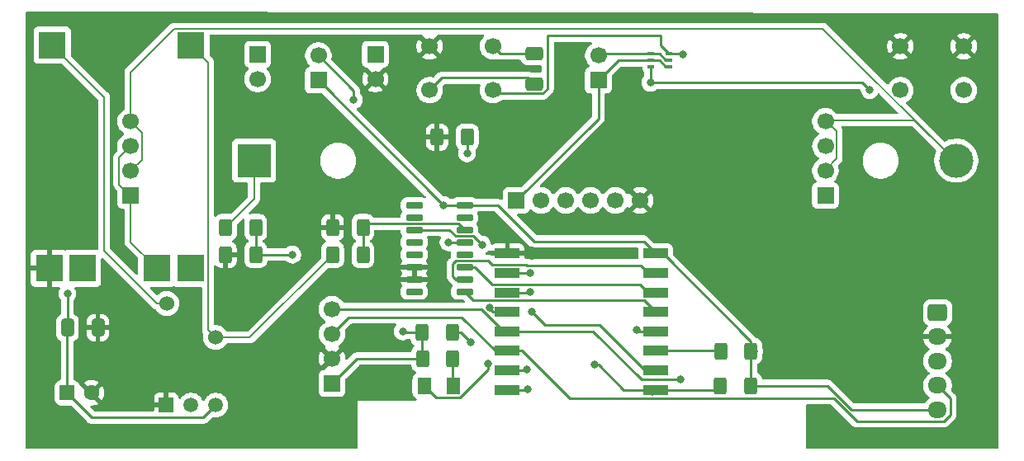
<source format=gbr>
%TF.GenerationSoftware,KiCad,Pcbnew,9.0.3*%
%TF.CreationDate,2025-07-30T11:35:08+02:00*%
%TF.ProjectId,TPOneBoard,54504f6e-6542-46f6-9172-642e6b696361,rev?*%
%TF.SameCoordinates,Original*%
%TF.FileFunction,Copper,L1,Top*%
%TF.FilePolarity,Positive*%
%FSLAX46Y46*%
G04 Gerber Fmt 4.6, Leading zero omitted, Abs format (unit mm)*
G04 Created by KiCad (PCBNEW 9.0.3) date 2025-07-30 11:35:08*
%MOMM*%
%LPD*%
G01*
G04 APERTURE LIST*
G04 Aperture macros list*
%AMRoundRect*
0 Rectangle with rounded corners*
0 $1 Rounding radius*
0 $2 $3 $4 $5 $6 $7 $8 $9 X,Y pos of 4 corners*
0 Add a 4 corners polygon primitive as box body*
4,1,4,$2,$3,$4,$5,$6,$7,$8,$9,$2,$3,0*
0 Add four circle primitives for the rounded corners*
1,1,$1+$1,$2,$3*
1,1,$1+$1,$4,$5*
1,1,$1+$1,$6,$7*
1,1,$1+$1,$8,$9*
0 Add four rect primitives between the rounded corners*
20,1,$1+$1,$2,$3,$4,$5,0*
20,1,$1+$1,$4,$5,$6,$7,0*
20,1,$1+$1,$6,$7,$8,$9,0*
20,1,$1+$1,$8,$9,$2,$3,0*%
G04 Aperture macros list end*
%TA.AperFunction,SMDPad,CuDef*%
%ADD10RoundRect,0.250000X-0.400000X-0.625000X0.400000X-0.625000X0.400000X0.625000X-0.400000X0.625000X0*%
%TD*%
%TA.AperFunction,SMDPad,CuDef*%
%ADD11RoundRect,0.250000X-0.650000X0.412500X-0.650000X-0.412500X0.650000X-0.412500X0.650000X0.412500X0*%
%TD*%
%TA.AperFunction,ComponentPad*%
%ADD12R,1.700000X1.700000*%
%TD*%
%TA.AperFunction,ComponentPad*%
%ADD13C,1.700000*%
%TD*%
%TA.AperFunction,ComponentPad*%
%ADD14RoundRect,0.250000X-0.550000X-0.550000X0.550000X-0.550000X0.550000X0.550000X-0.550000X0.550000X0*%
%TD*%
%TA.AperFunction,ComponentPad*%
%ADD15C,1.600000*%
%TD*%
%TA.AperFunction,ComponentPad*%
%ADD16R,1.500000X1.500000*%
%TD*%
%TA.AperFunction,ComponentPad*%
%ADD17C,1.500000*%
%TD*%
%TA.AperFunction,SMDPad,CuDef*%
%ADD18RoundRect,0.150000X-0.725000X-0.150000X0.725000X-0.150000X0.725000X0.150000X-0.725000X0.150000X0*%
%TD*%
%TA.AperFunction,SMDPad,CuDef*%
%ADD19RoundRect,0.250000X0.400000X0.625000X-0.400000X0.625000X-0.400000X-0.625000X0.400000X-0.625000X0*%
%TD*%
%TA.AperFunction,SMDPad,CuDef*%
%ADD20RoundRect,0.100000X-0.225000X-0.100000X0.225000X-0.100000X0.225000X0.100000X-0.225000X0.100000X0*%
%TD*%
%TA.AperFunction,SMDPad,CuDef*%
%ADD21RoundRect,0.250000X-0.412500X-0.650000X0.412500X-0.650000X0.412500X0.650000X-0.412500X0.650000X0*%
%TD*%
%TA.AperFunction,ComponentPad*%
%ADD22RoundRect,0.250000X-0.725000X0.600000X-0.725000X-0.600000X0.725000X-0.600000X0.725000X0.600000X0*%
%TD*%
%TA.AperFunction,ComponentPad*%
%ADD23O,1.950000X1.700000*%
%TD*%
%TA.AperFunction,ComponentPad*%
%ADD24R,2.800000X2.800000*%
%TD*%
%TA.AperFunction,SMDPad,CuDef*%
%ADD25R,2.500000X1.000000*%
%TD*%
%TA.AperFunction,SMDPad,CuDef*%
%ADD26RoundRect,0.250001X-0.462499X-0.624999X0.462499X-0.624999X0.462499X0.624999X-0.462499X0.624999X0*%
%TD*%
%TA.AperFunction,ComponentPad*%
%ADD27R,3.500000X3.500000*%
%TD*%
%TA.AperFunction,ComponentPad*%
%ADD28C,3.500000*%
%TD*%
%TA.AperFunction,ComponentPad*%
%ADD29C,1.524000*%
%TD*%
%TA.AperFunction,ViaPad*%
%ADD30C,0.800000*%
%TD*%
%TA.AperFunction,ViaPad*%
%ADD31C,1.400000*%
%TD*%
%TA.AperFunction,Conductor*%
%ADD32C,0.250000*%
%TD*%
%TA.AperFunction,Conductor*%
%ADD33C,0.508000*%
%TD*%
%TA.AperFunction,Conductor*%
%ADD34C,0.254000*%
%TD*%
%TA.AperFunction,Conductor*%
%ADD35C,0.200000*%
%TD*%
G04 APERTURE END LIST*
D10*
%TO.P,R1,1*%
%TO.N,SCell+*%
X176590000Y-105487000D03*
%TO.P,R1,2*%
%TO.N,SolarPanel*%
X179690000Y-105487000D03*
%TD*%
D11*
%TO.P,C4,1*%
%TO.N,Net-(C4-Pad1)*%
X197216000Y-84836000D03*
%TO.P,C4,2*%
%TO.N,Net-(SW5-K)*%
X197216000Y-87961000D03*
%TD*%
D12*
%TO.P,JP6,1,A*%
%TO.N,+3.3V*%
X168895000Y-84913000D03*
D13*
%TO.P,JP6,2,B*%
%TO.N,Net-(JP6-B)*%
X168895000Y-87453000D03*
%TD*%
D10*
%TO.P,R3,1*%
%TO.N,18650+*%
X165593000Y-102693000D03*
%TO.P,R3,2*%
%TO.N,Akku*%
X168693000Y-102693000D03*
%TD*%
D14*
%TO.P,C5,1*%
%TO.N,Net-(JP6-B)*%
X149352000Y-119668000D03*
D15*
%TO.P,C5,2*%
%TO.N,GND*%
X151852000Y-119668000D03*
%TD*%
D10*
%TO.P,R7,1*%
%TO.N,EN*%
X216349000Y-115393000D03*
%TO.P,R7,2*%
%TO.N,+3.3V*%
X219449000Y-115393000D03*
%TD*%
D16*
%TO.P,U2,1,GND*%
%TO.N,GND*%
X159522000Y-120918000D03*
D17*
%TO.P,U2,2,VI*%
%TO.N,4056 Out+*%
X162062000Y-120918000D03*
%TO.P,U2,3,VO*%
%TO.N,Net-(JP6-B)*%
X164602000Y-120918000D03*
%TD*%
D18*
%TO.P,U1,1,X4*%
%TO.N,unconnected-(U1-X4-Pad1)*%
X184954000Y-100407000D03*
%TO.P,U1,2,X6*%
%TO.N,unconnected-(U1-X6-Pad2)*%
X184954000Y-101677000D03*
%TO.P,U1,3,X*%
%TO.N,ADC*%
X184954000Y-102947000D03*
%TO.P,U1,4,X7*%
%TO.N,unconnected-(U1-X7-Pad4)*%
X184954000Y-104217000D03*
%TO.P,U1,5,X5*%
%TO.N,unconnected-(U1-X5-Pad5)*%
X184954000Y-105487000D03*
%TO.P,U1,6,INH*%
%TO.N,GND*%
X184954000Y-106757000D03*
%TO.P,U1,7,VEE*%
X184954000Y-108027000D03*
%TO.P,U1,8,VSS*%
%TO.N,unconnected-(U1-VSS-Pad8)*%
X184954000Y-109297000D03*
%TO.P,U1,9,C*%
%TO.N,IO14*%
X190104000Y-109297000D03*
%TO.P,U1,10,B*%
%TO.N,IO13*%
X190104000Y-108027000D03*
%TO.P,U1,11,A*%
%TO.N,IO12*%
X190104000Y-106757000D03*
%TO.P,U1,12,X3*%
%TO.N,unconnected-(U1-X3-Pad12)*%
X190104000Y-105487000D03*
%TO.P,U1,13,X0*%
%TO.N,Akku*%
X190104000Y-104217000D03*
%TO.P,U1,14,X1*%
%TO.N,SolarPanel*%
X190104000Y-102947000D03*
%TO.P,U1,15,X2*%
%TO.N,unconnected-(U1-X2-Pad15)*%
X190104000Y-101677000D03*
%TO.P,U1,16,VDD*%
%TO.N,+3.3V*%
X190104000Y-100407000D03*
%TD*%
D12*
%TO.P,J8,1,Pin_1*%
%TO.N,18650+*%
X227102000Y-99418000D03*
D13*
%TO.P,J8,2,Pin_2*%
%TO.N,18650-*%
X227102000Y-96878000D03*
%TO.P,J8,3,Pin_3*%
%TO.N,18650+*%
X227102000Y-94338000D03*
%TO.P,J8,4,Pin_4*%
%TO.N,18650-*%
X227102000Y-91798000D03*
%TD*%
D10*
%TO.P,R8,1*%
%TO.N,DeepS*%
X216341000Y-118949000D03*
%TO.P,R8,2*%
%TO.N,+3.3V*%
X219441000Y-118949000D03*
%TD*%
D19*
%TO.P,R2,1*%
%TO.N,SolarPanel*%
X179690000Y-102693000D03*
%TO.P,R2,2*%
%TO.N,GND*%
X176590000Y-102693000D03*
%TD*%
D12*
%TO.P,J4,1,Pin_1*%
%TO.N,DTR*%
X203820000Y-87580000D03*
D13*
%TO.P,J4,2,Pin_2*%
%TO.N,RTS*%
X203820000Y-85040000D03*
%TD*%
%TO.P,SW4,1,1*%
%TO.N,GND*%
X234785000Y-84096000D03*
%TO.P,SW4,2,2*%
X241285000Y-84096000D03*
%TO.P,SW4,3,K*%
%TO.N,IO0*%
X234785000Y-88596000D03*
%TO.P,SW4,4,A*%
X241285000Y-88596000D03*
%TD*%
D19*
%TO.P,R4,1*%
%TO.N,Akku*%
X168693000Y-105487000D03*
%TO.P,R4,2*%
%TO.N,GND*%
X165593000Y-105487000D03*
%TD*%
D12*
%TO.P,JP3,1,A*%
%TO.N,+3.3V*%
X175118000Y-87580000D03*
D13*
%TO.P,JP3,2,B*%
%TO.N,Net-(J3-Pin_4)*%
X175118000Y-85040000D03*
%TD*%
D20*
%TO.P,Q2,1,E1*%
%TO.N,RTS*%
X209159000Y-84883000D03*
%TO.P,Q2,2,B1*%
%TO.N,DTR*%
X209159000Y-85533000D03*
%TO.P,Q2,3,C2*%
%TO.N,IO0*%
X209159000Y-86183000D03*
%TO.P,Q2,4,E2*%
%TO.N,DTR*%
X211059000Y-86183000D03*
%TO.P,Q2,5,B2*%
%TO.N,RTS*%
X211059000Y-85533000D03*
%TO.P,Q2,6,C1*%
%TO.N,DeepS*%
X211059000Y-84883000D03*
%TD*%
D13*
%TO.P,SW5,1,1*%
%TO.N,GND*%
X186525000Y-84096000D03*
%TO.P,SW5,2,2*%
%TO.N,Net-(C4-Pad1)*%
X193025000Y-84096000D03*
%TO.P,SW5,3,K*%
%TO.N,Net-(SW5-K)*%
X186525000Y-88596000D03*
%TO.P,SW5,4,A*%
%TO.N,DeepS*%
X193025000Y-88596000D03*
%TD*%
D21*
%TO.P,C6,1*%
%TO.N,Net-(JP6-B)*%
X149387000Y-112980000D03*
%TO.P,C6,2*%
%TO.N,GND*%
X152512000Y-112980000D03*
%TD*%
D12*
%TO.P,JP2,1,A*%
%TO.N,DeepS*%
X180960000Y-84913000D03*
D13*
%TO.P,JP2,2,B*%
%TO.N,GND*%
X180960000Y-87453000D03*
%TD*%
D22*
%TO.P,J1,1,Pin_1*%
%TO.N,unconnected-(J1-Pin_1-Pad1)*%
X238602000Y-111418000D03*
D23*
%TO.P,J1,2,Pin_2*%
%TO.N,GND*%
X238602000Y-113918000D03*
%TO.P,J1,3,Pin_3*%
%TO.N,SDA*%
X238602000Y-116418000D03*
%TO.P,J1,4,Pin_4*%
%TO.N,SCL*%
X238602000Y-118918000D03*
%TO.P,J1,5,Pin_5*%
%TO.N,+3.3V*%
X238602000Y-121418000D03*
%TD*%
D12*
%TO.P,J3,1,Pin_1*%
%TO.N,DTR*%
X195402000Y-99918000D03*
D13*
%TO.P,J3,2,Pin_2*%
%TO.N,TXD*%
X197942000Y-99918000D03*
%TO.P,J3,3,Pin_3*%
%TO.N,RXD*%
X200482000Y-99918000D03*
%TO.P,J3,4,Pin_4*%
%TO.N,Net-(J3-Pin_4)*%
X203022000Y-99918000D03*
%TO.P,J3,5,Pin_5*%
%TO.N,unconnected-(J3-Pin_5-Pad5)*%
X205562000Y-99918000D03*
%TO.P,J3,6,Pin_6*%
%TO.N,GND*%
X208102000Y-99918000D03*
%TD*%
D19*
%TO.P,R5,1*%
%TO.N,Net-(D4-A)*%
X188909000Y-116153000D03*
%TO.P,R5,2*%
%TO.N,+3.3V*%
X185809000Y-116153000D03*
%TD*%
D24*
%TO.P,J5,1,Pin_1*%
%TO.N,SCell+*%
X162037000Y-83984000D03*
%TO.P,J5,2,Pin_2*%
%TO.N,SCell-*%
X147837000Y-83984000D03*
%TO.P,J5,3,Pin_3*%
%TO.N,4056 Out+*%
X162037000Y-106884000D03*
%TO.P,J5,4,Pin_4*%
%TO.N,GND*%
X147537000Y-106884000D03*
%TO.P,J5,5,Pin_5*%
%TO.N,18650+*%
X158537000Y-106884000D03*
%TO.P,J5,6,Pin_6*%
%TO.N,18650-*%
X150937000Y-106884000D03*
%TD*%
D19*
%TO.P,R6,1*%
%TO.N,Net-(U7-GPIO15)*%
X190384000Y-93422000D03*
%TO.P,R6,2*%
%TO.N,GND*%
X187284000Y-93422000D03*
%TD*%
D25*
%TO.P,U7,1,REST*%
%TO.N,DeepS*%
X209702000Y-119360000D03*
%TO.P,U7,2,ADC*%
%TO.N,ADC*%
X209702000Y-117360000D03*
%TO.P,U7,3,CH_PD*%
%TO.N,EN*%
X209702000Y-115360000D03*
%TO.P,U7,4,GPIO16*%
%TO.N,DeepS*%
X209702000Y-113360000D03*
%TO.P,U7,5,GPIO14*%
%TO.N,IO14*%
X209702000Y-111360000D03*
%TO.P,U7,6,GPIO12*%
%TO.N,IO12*%
X209702000Y-109360000D03*
%TO.P,U7,7,GPIO13*%
%TO.N,IO13*%
X209702000Y-107360000D03*
%TO.P,U7,8,VCC*%
%TO.N,+3.3V*%
X209702000Y-105360000D03*
%TO.P,U7,9,GND*%
%TO.N,GND*%
X194502000Y-105360000D03*
%TO.P,U7,10,GPIO15*%
%TO.N,Net-(U7-GPIO15)*%
X194502000Y-107360000D03*
%TO.P,U7,11,GPIO2*%
%TO.N,LED_Buildin*%
X194502000Y-109360000D03*
%TO.P,U7,12,GPIO0*%
%TO.N,IO0*%
X194502000Y-111360000D03*
%TO.P,U7,13,GPIO4*%
%TO.N,SDA*%
X194502000Y-113360000D03*
%TO.P,U7,14,GPIO5*%
%TO.N,SCL*%
X194502000Y-115360000D03*
%TO.P,U7,15,RXD*%
%TO.N,RXD*%
X194502000Y-117360000D03*
%TO.P,U7,16,TXD*%
%TO.N,TXD*%
X194502000Y-119360000D03*
%TD*%
D26*
%TO.P,D4,1,K*%
%TO.N,LED_Buildin*%
X185988000Y-118947000D03*
%TO.P,D4,2,A*%
%TO.N,Net-(D4-A)*%
X188963000Y-118947000D03*
%TD*%
D19*
%TO.P,R9,1*%
%TO.N,IO0*%
X188834000Y-113488000D03*
%TO.P,R9,2*%
%TO.N,+3.3V*%
X185734000Y-113488000D03*
%TD*%
D12*
%TO.P,J2,1,Pin_1*%
%TO.N,+3.3V*%
X176515000Y-118695000D03*
D13*
%TO.P,J2,2,Pin_2*%
%TO.N,GND*%
X176515000Y-116155000D03*
%TO.P,J2,3,Pin_3*%
%TO.N,SCL*%
X176515000Y-113615000D03*
%TO.P,J2,4,Pin_4*%
%TO.N,SDA*%
X176515000Y-111075000D03*
%TD*%
D27*
%TO.P,BT2,1,+*%
%TO.N,18650+*%
X168514000Y-95835000D03*
D28*
%TO.P,BT2,2,-*%
%TO.N,18650-*%
X240514000Y-95835000D03*
%TD*%
D29*
%TO.P,J6,1,Pin_1*%
%TO.N,SCell+*%
X164577000Y-113996000D03*
%TO.P,J6,2,Pin_2*%
%TO.N,SCell-*%
X159577000Y-110495997D03*
%TD*%
D12*
%TO.P,J7,1,Pin_1*%
%TO.N,18650+*%
X155852000Y-99418000D03*
D13*
%TO.P,J7,2,Pin_2*%
%TO.N,18650-*%
X155852000Y-96878000D03*
%TO.P,J7,3,Pin_3*%
%TO.N,18650+*%
X155852000Y-94338000D03*
%TO.P,J7,4,Pin_4*%
%TO.N,18650-*%
X155852000Y-91798000D03*
%TD*%
D30*
%TO.N,Net-(J3-Pin_4)*%
X178739000Y-89612000D03*
%TO.N,Net-(JP6-B)*%
X149387000Y-109501000D03*
D31*
%TO.N,GND*%
X196962000Y-105360000D03*
D30*
%TO.N,+3.3V*%
X183754000Y-113361000D03*
X187945000Y-100407000D03*
%TO.N,SDA*%
X212202000Y-118314000D03*
%TO.N,LED_Buildin*%
X192517000Y-116663000D03*
X196835000Y-109297000D03*
%TO.N,RXD*%
X196454000Y-117298000D03*
%TO.N,TXD*%
X196581000Y-119330000D03*
%TO.N,ADC*%
X191896161Y-104456839D03*
X196962000Y-111329000D03*
%TO.N,DeepS*%
X203439000Y-116790000D03*
X212456000Y-84913000D03*
X207757000Y-113234000D03*
%TO.N,IO0*%
X192676304Y-110911000D03*
X190739000Y-114504000D03*
X231633000Y-88596000D03*
X209154000Y-87834000D03*
%TO.N,Akku*%
X188453000Y-104217000D03*
X172451000Y-105487000D03*
%TO.N,Net-(U7-GPIO15)*%
X196835000Y-107392000D03*
X190358000Y-95073000D03*
%TD*%
D32*
%TO.N,Net-(SW5-K)*%
X187795000Y-87326000D02*
X186525000Y-88596000D01*
X197216000Y-87961000D02*
X196581000Y-87326000D01*
X196581000Y-87326000D02*
X187795000Y-87326000D01*
%TO.N,Net-(J3-Pin_4)*%
X178739000Y-88661000D02*
X178739000Y-89612000D01*
X175118000Y-85040000D02*
X178739000Y-88661000D01*
%TO.N,DTR*%
X203820000Y-91500000D02*
X203820000Y-87580000D01*
X210096191Y-85533000D02*
X210746191Y-86183000D01*
X210746191Y-86183000D02*
X211059000Y-86183000D01*
X205867000Y-85533000D02*
X209159000Y-85533000D01*
X209159000Y-85533000D02*
X210096191Y-85533000D01*
X203820000Y-87580000D02*
X205867000Y-85533000D01*
X195402000Y-99918000D02*
X203820000Y-91500000D01*
%TO.N,Net-(C4-Pad1)*%
X197216000Y-84836000D02*
X193765000Y-84836000D01*
X193765000Y-84836000D02*
X193025000Y-84096000D01*
%TO.N,Net-(JP6-B)*%
X149352000Y-119668000D02*
X151878000Y-122194000D01*
X149464000Y-109424000D02*
X149387000Y-109501000D01*
X151878000Y-122194000D02*
X163326000Y-122194000D01*
X149352000Y-113015000D02*
X149387000Y-112980000D01*
X149352000Y-119668000D02*
X149352000Y-113015000D01*
X149387000Y-112980000D02*
X149387000Y-109501000D01*
X163326000Y-122194000D02*
X164602000Y-120918000D01*
D33*
%TO.N,GND*%
X184954000Y-106757000D02*
X184954000Y-108027000D01*
X194502000Y-105360000D02*
X196962000Y-105360000D01*
D32*
%TO.N,+3.3V*%
X197274000Y-104142000D02*
X208484000Y-104142000D01*
X219449000Y-118941000D02*
X219441000Y-118949000D01*
X227315000Y-118949000D02*
X219441000Y-118949000D01*
X185734000Y-113488000D02*
X185734000Y-116078000D01*
D33*
X219299000Y-115243000D02*
X219449000Y-115393000D01*
D32*
X219358000Y-115302000D02*
X219449000Y-115393000D01*
X208484000Y-104142000D02*
X209702000Y-105360000D01*
X175118000Y-87580000D02*
X187945000Y-100407000D01*
X176515000Y-118695000D02*
X179057000Y-116153000D01*
X183881000Y-113488000D02*
X183754000Y-113361000D01*
X179057000Y-116153000D02*
X185809000Y-116153000D01*
D33*
X219449000Y-115393000D02*
X219949000Y-115393000D01*
D32*
X185734000Y-113488000D02*
X183881000Y-113488000D01*
X229784000Y-121418000D02*
X227315000Y-118949000D01*
X210452000Y-105360000D02*
X219449000Y-114357000D01*
X238602000Y-121418000D02*
X229784000Y-121418000D01*
X209702000Y-105360000D02*
X210452000Y-105360000D01*
X185734000Y-116078000D02*
X185809000Y-116153000D01*
X193539000Y-100407000D02*
X197274000Y-104142000D01*
X219449000Y-115393000D02*
X219449000Y-118941000D01*
X187945000Y-100407000D02*
X190104000Y-100407000D01*
X190104000Y-100407000D02*
X193539000Y-100407000D01*
X219449000Y-114357000D02*
X219449000Y-115393000D01*
%TO.N,SDA*%
X194100000Y-113360000D02*
X194502000Y-113360000D01*
X203300000Y-113360000D02*
X208254000Y-118314000D01*
X191815000Y-111075000D02*
X194100000Y-113360000D01*
X176515000Y-111075000D02*
X191815000Y-111075000D01*
X208254000Y-118314000D02*
X212202000Y-118314000D01*
X194502000Y-113360000D02*
X203300000Y-113360000D01*
%TO.N,LED_Buildin*%
X187189000Y-120148000D02*
X189671014Y-120148000D01*
X196772000Y-109360000D02*
X196835000Y-109297000D01*
X194502000Y-109360000D02*
X196772000Y-109360000D01*
X189671014Y-120148000D02*
X192517000Y-117302014D01*
X185988000Y-118947000D02*
X187189000Y-120148000D01*
X192517000Y-117302014D02*
X192517000Y-116663000D01*
%TO.N,RXD*%
X194502000Y-117360000D02*
X196392000Y-117360000D01*
X196392000Y-117360000D02*
X196454000Y-117298000D01*
%TO.N,TXD*%
X196551000Y-119360000D02*
X196581000Y-119330000D01*
X194502000Y-119360000D02*
X196551000Y-119360000D01*
%TO.N,ADC*%
X189195678Y-103591000D02*
X191030322Y-103591000D01*
X203947000Y-112726000D02*
X198359000Y-112726000D01*
X184954000Y-102947000D02*
X188551678Y-102947000D01*
X208581000Y-117360000D02*
X203947000Y-112726000D01*
X198359000Y-112726000D02*
X196962000Y-111329000D01*
X209702000Y-117360000D02*
X208581000Y-117360000D01*
X191030322Y-103591000D02*
X191896161Y-104456839D01*
X188551678Y-102947000D02*
X189195678Y-103591000D01*
X191896161Y-104456839D02*
X191950304Y-104510982D01*
%TO.N,EN*%
X209702000Y-115360000D02*
X216316000Y-115360000D01*
X216316000Y-115360000D02*
X216349000Y-115393000D01*
%TO.N,DeepS*%
X198613000Y-88448014D02*
X198613000Y-83008000D01*
X211059000Y-84883000D02*
X212426000Y-84883000D01*
X198613000Y-83008000D02*
X210170000Y-83008000D01*
X206390000Y-119360000D02*
X209702000Y-119360000D01*
X193025000Y-88596000D02*
X193378500Y-88949500D01*
X210170000Y-83994000D02*
X211059000Y-84883000D01*
X209286000Y-119776000D02*
X209702000Y-119360000D01*
X210170000Y-83008000D02*
X210170000Y-83994000D01*
X193378500Y-88949500D02*
X198111514Y-88949500D01*
X209702000Y-113360000D02*
X207883000Y-113360000D01*
X215930000Y-119360000D02*
X216341000Y-118949000D01*
X207883000Y-113360000D02*
X207757000Y-113234000D01*
X198111514Y-88949500D02*
X198613000Y-88448014D01*
X203439000Y-116790000D02*
X203820000Y-116790000D01*
X209702000Y-119360000D02*
X215930000Y-119360000D01*
X212426000Y-84883000D02*
X212456000Y-84913000D01*
X203566000Y-116917000D02*
X203439000Y-116790000D01*
X203820000Y-116790000D02*
X206390000Y-119360000D01*
%TO.N,SCL*%
X239903000Y-120219000D02*
X238602000Y-118918000D01*
X189785514Y-111906000D02*
X193239514Y-115360000D01*
X194502000Y-115360000D02*
X196002000Y-115360000D01*
X227955190Y-120227000D02*
X230322190Y-122594000D01*
X196002000Y-115360000D02*
X200869000Y-120227000D01*
X178224000Y-111906000D02*
X189785514Y-111906000D01*
X239903000Y-121905115D02*
X239903000Y-120219000D01*
X200869000Y-120227000D02*
X227955190Y-120227000D01*
X176515000Y-113615000D02*
X178224000Y-111906000D01*
X230322190Y-122594000D02*
X239214115Y-122594000D01*
X239214115Y-122594000D02*
X239903000Y-121905115D01*
X193239514Y-115360000D02*
X194502000Y-115360000D01*
%TO.N,IO14*%
X210774000Y-111360000D02*
X209702000Y-111360000D01*
X190993000Y-110186000D02*
X208528000Y-110186000D01*
X190104000Y-109297000D02*
X190993000Y-110186000D01*
X208528000Y-110186000D02*
X209702000Y-111360000D01*
%TO.N,IO13*%
X196454588Y-106585000D02*
X208177000Y-106585000D01*
X188903000Y-106405678D02*
X189177678Y-106131000D01*
X189177678Y-106131000D02*
X192523000Y-106131000D01*
X192926000Y-106534000D02*
X196403588Y-106534000D01*
X208177000Y-106585000D02*
X208952000Y-107360000D01*
X192523000Y-106131000D02*
X192926000Y-106534000D01*
X189229001Y-108027000D02*
X188903000Y-107700999D01*
X208952000Y-107360000D02*
X209702000Y-107360000D01*
X196403588Y-106534000D02*
X196454588Y-106585000D01*
X188903000Y-107700999D02*
X188903000Y-106405678D01*
X190104000Y-108027000D02*
X189229001Y-108027000D01*
D34*
%TO.N,Net-(D4-A)*%
X189088000Y-118822000D02*
X188963000Y-118947000D01*
D32*
X188909000Y-116153000D02*
X188909000Y-118893000D01*
X188909000Y-118893000D02*
X188963000Y-118947000D01*
%TO.N,IO0*%
X209154000Y-87834000D02*
X230871000Y-87834000D01*
X209159000Y-87829000D02*
X209154000Y-87834000D01*
X230871000Y-87834000D02*
X231633000Y-88596000D01*
X209159000Y-86183000D02*
X209159000Y-87829000D01*
X194502000Y-111360000D02*
X193056000Y-111360000D01*
X192607000Y-110911000D02*
X192676304Y-110911000D01*
X193056000Y-111360000D02*
X192607000Y-110911000D01*
X189723000Y-113488000D02*
X190739000Y-114504000D01*
X188834000Y-113488000D02*
X189723000Y-113488000D01*
D35*
%TO.N,18650-*%
X236227000Y-91668000D02*
X227102000Y-91668000D01*
X155852000Y-86767000D02*
X160336000Y-82283000D01*
X157003000Y-92949000D02*
X157003000Y-95727000D01*
X160336000Y-82283000D02*
X226842000Y-82283000D01*
X155852000Y-91798000D02*
X155852000Y-86767000D01*
X226842000Y-82283000D02*
X240140000Y-95581000D01*
X227102000Y-91668000D02*
X228253000Y-92819000D01*
X157003000Y-95727000D02*
X155852000Y-96878000D01*
X228253000Y-95597000D02*
X227102000Y-96748000D01*
X228253000Y-92819000D02*
X228253000Y-95597000D01*
X155852000Y-91798000D02*
X157003000Y-92949000D01*
X240140000Y-95581000D02*
X236227000Y-91668000D01*
%TO.N,SCell+*%
X163815000Y-85762000D02*
X163815001Y-113234001D01*
X164577000Y-113996000D02*
X168081000Y-113996000D01*
X163815001Y-113234001D02*
X164577000Y-113996000D01*
X168081000Y-113996000D02*
X176590000Y-105487000D01*
X162037000Y-83984000D02*
X163815000Y-85762000D01*
%TO.N,SCell-*%
X147837000Y-83984000D02*
X153147000Y-89294000D01*
X158536997Y-110495997D02*
X159577000Y-110495997D01*
X153147000Y-105106000D02*
X158536997Y-110495997D01*
X153147000Y-89294000D02*
X153147000Y-105106000D01*
%TO.N,18650+*%
X155852000Y-104199000D02*
X158537000Y-106884000D01*
X165593000Y-102693000D02*
X168514000Y-99772000D01*
X154701000Y-98267000D02*
X155852000Y-99418000D01*
X154701000Y-95489000D02*
X154701000Y-98267000D01*
X155852000Y-99418000D02*
X155852000Y-104199000D01*
X168514000Y-99772000D02*
X168514000Y-95835000D01*
X155852000Y-94338000D02*
X154701000Y-95489000D01*
D32*
%TO.N,RTS*%
X203977000Y-84883000D02*
X209159000Y-84883000D01*
X210734001Y-85533000D02*
X211059000Y-85533000D01*
X210084001Y-84883000D02*
X210734001Y-85533000D01*
X209159000Y-84883000D02*
X210084001Y-84883000D01*
X203820000Y-85040000D02*
X203977000Y-84883000D01*
%TO.N,SolarPanel*%
X179690000Y-102693000D02*
X180071000Y-102312000D01*
X189469000Y-102312000D02*
X190104000Y-102947000D01*
X179690000Y-102693000D02*
X179690000Y-105487000D01*
X180071000Y-102312000D02*
X189469000Y-102312000D01*
%TO.N,Akku*%
X168693000Y-105487000D02*
X172451000Y-105487000D01*
X168693000Y-102693000D02*
X168693000Y-105487000D01*
X190104000Y-104217000D02*
X188453000Y-104217000D01*
%TO.N,Net-(U7-GPIO15)*%
X196803000Y-107360000D02*
X196835000Y-107392000D01*
X194502000Y-107360000D02*
X196803000Y-107360000D01*
X190384000Y-93422000D02*
X190384000Y-95047000D01*
X190384000Y-95047000D02*
X190358000Y-95073000D01*
%TO.N,IO12*%
X191149000Y-106757000D02*
X192926000Y-108534000D01*
X208126000Y-108534000D02*
X208952000Y-109360000D01*
X208952000Y-109360000D02*
X209702000Y-109360000D01*
X192926000Y-108534000D02*
X208126000Y-108534000D01*
X190104000Y-106757000D02*
X191149000Y-106757000D01*
%TD*%
%TA.AperFunction,Conductor*%
%TO.N,GND*%
G36*
X244728138Y-80667863D02*
G01*
X244795154Y-80687622D01*
X244840851Y-80740476D01*
X244852000Y-80791863D01*
X244852000Y-125294000D01*
X244832315Y-125361039D01*
X244779511Y-125406794D01*
X244728000Y-125418000D01*
X225226000Y-125418000D01*
X225158961Y-125398315D01*
X225113206Y-125345511D01*
X225102000Y-125294000D01*
X225102000Y-120984500D01*
X225121685Y-120917461D01*
X225174489Y-120871706D01*
X225226000Y-120860500D01*
X227641424Y-120860500D01*
X227708463Y-120880185D01*
X227729105Y-120896819D01*
X229918353Y-123086069D01*
X229918357Y-123086072D01*
X230022111Y-123155399D01*
X230022113Y-123155399D01*
X230022115Y-123155401D01*
X230103637Y-123189168D01*
X230137405Y-123203155D01*
X230137407Y-123203155D01*
X230137412Y-123203157D01*
X230259791Y-123227499D01*
X230259795Y-123227500D01*
X230259796Y-123227500D01*
X239276510Y-123227500D01*
X239276511Y-123227499D01*
X239398900Y-123203155D01*
X239514190Y-123155400D01*
X239617948Y-123086071D01*
X240395072Y-122308948D01*
X240464401Y-122205190D01*
X240512155Y-122089899D01*
X240513270Y-122084298D01*
X240523553Y-122032600D01*
X240536499Y-121967512D01*
X240536500Y-121967510D01*
X240536500Y-120156605D01*
X240536499Y-120156601D01*
X240524870Y-120098139D01*
X240512155Y-120034215D01*
X240464400Y-119918925D01*
X240464399Y-119918924D01*
X240464396Y-119918918D01*
X240395072Y-119815168D01*
X240371108Y-119791204D01*
X240306833Y-119726929D01*
X240047897Y-119467993D01*
X240014412Y-119406670D01*
X240017646Y-119341995D01*
X240052049Y-119236116D01*
X240085500Y-119024916D01*
X240085500Y-118811084D01*
X240052049Y-118599884D01*
X240007653Y-118463244D01*
X239985973Y-118396519D01*
X239985972Y-118396516D01*
X239923269Y-118273455D01*
X239888894Y-118205991D01*
X239763206Y-118032996D01*
X239612004Y-117881794D01*
X239605596Y-117877138D01*
X239455818Y-117768318D01*
X239413152Y-117712988D01*
X239407173Y-117643375D01*
X239439779Y-117581580D01*
X239455818Y-117567682D01*
X239523074Y-117518817D01*
X239612004Y-117454206D01*
X239763206Y-117303004D01*
X239888894Y-117130009D01*
X239985972Y-116939483D01*
X240052049Y-116736116D01*
X240085500Y-116524916D01*
X240085500Y-116311084D01*
X240052049Y-116099884D01*
X240005729Y-115957324D01*
X239985973Y-115896519D01*
X239985972Y-115896516D01*
X239927497Y-115781754D01*
X239888894Y-115705991D01*
X239763206Y-115532996D01*
X239612004Y-115381794D01*
X239448586Y-115263064D01*
X239405921Y-115207734D01*
X239399942Y-115138121D01*
X239432548Y-115076326D01*
X239448587Y-115062428D01*
X239606459Y-114947727D01*
X239606464Y-114947723D01*
X239756723Y-114797464D01*
X239756727Y-114797459D01*
X239881620Y-114625557D01*
X239978095Y-114436217D01*
X240043757Y-114234129D01*
X240043757Y-114234126D01*
X240054231Y-114168000D01*
X239006146Y-114168000D01*
X239044630Y-114101343D01*
X239077000Y-113980535D01*
X239077000Y-113855465D01*
X239044630Y-113734657D01*
X239006146Y-113668000D01*
X240054231Y-113668000D01*
X240043757Y-113601873D01*
X240043757Y-113601870D01*
X239978095Y-113399782D01*
X239881620Y-113210442D01*
X239756727Y-113038540D01*
X239756723Y-113038535D01*
X239623670Y-112905482D01*
X239590185Y-112844159D01*
X239595169Y-112774467D01*
X239637041Y-112718534D01*
X239646255Y-112712262D01*
X239649733Y-112710116D01*
X239649738Y-112710115D01*
X239800652Y-112617030D01*
X239926030Y-112491652D01*
X240019115Y-112340738D01*
X240074887Y-112172426D01*
X240085500Y-112068545D01*
X240085499Y-110767456D01*
X240074887Y-110663574D01*
X240019115Y-110495262D01*
X239926030Y-110344348D01*
X239800652Y-110218970D01*
X239649738Y-110125885D01*
X239649735Y-110125884D01*
X239481427Y-110070113D01*
X239377545Y-110059500D01*
X237826462Y-110059500D01*
X237826446Y-110059501D01*
X237722572Y-110070113D01*
X237554264Y-110125884D01*
X237554259Y-110125886D01*
X237403346Y-110218971D01*
X237277971Y-110344346D01*
X237184886Y-110495259D01*
X237184884Y-110495264D01*
X237129113Y-110663572D01*
X237118500Y-110767447D01*
X237118500Y-112068537D01*
X237118501Y-112068553D01*
X237129113Y-112172427D01*
X237164763Y-112280013D01*
X237184885Y-112340738D01*
X237277970Y-112491652D01*
X237403348Y-112617030D01*
X237554262Y-112710115D01*
X237554266Y-112710116D01*
X237557745Y-112712262D01*
X237604469Y-112764210D01*
X237615692Y-112833173D01*
X237587848Y-112897255D01*
X237580330Y-112905482D01*
X237447271Y-113038541D01*
X237322379Y-113210442D01*
X237225904Y-113399782D01*
X237160242Y-113601870D01*
X237160242Y-113601873D01*
X237149769Y-113668000D01*
X238197854Y-113668000D01*
X238159370Y-113734657D01*
X238127000Y-113855465D01*
X238127000Y-113980535D01*
X238159370Y-114101343D01*
X238197854Y-114168000D01*
X237149769Y-114168000D01*
X237160242Y-114234126D01*
X237160242Y-114234129D01*
X237225904Y-114436217D01*
X237322379Y-114625557D01*
X237447272Y-114797459D01*
X237447276Y-114797464D01*
X237597535Y-114947723D01*
X237597540Y-114947727D01*
X237755412Y-115062428D01*
X237798078Y-115117758D01*
X237804057Y-115187371D01*
X237771451Y-115249166D01*
X237755413Y-115263064D01*
X237657769Y-115334006D01*
X237591996Y-115381794D01*
X237591994Y-115381796D01*
X237591993Y-115381796D01*
X237440796Y-115532993D01*
X237315106Y-115705990D01*
X237218027Y-115896516D01*
X237218026Y-115896519D01*
X237151951Y-116099882D01*
X237130920Y-116232667D01*
X237118500Y-116311084D01*
X237118500Y-116524916D01*
X237123281Y-116555099D01*
X237151951Y-116736117D01*
X237218026Y-116939480D01*
X237218027Y-116939483D01*
X237276887Y-117055000D01*
X237315106Y-117130009D01*
X237440794Y-117303004D01*
X237591996Y-117454206D01*
X237680926Y-117518817D01*
X237748182Y-117567682D01*
X237790847Y-117623012D01*
X237796826Y-117692626D01*
X237764220Y-117754421D01*
X237748182Y-117768318D01*
X237709583Y-117796362D01*
X237591996Y-117881794D01*
X237591994Y-117881796D01*
X237591993Y-117881796D01*
X237440796Y-118032993D01*
X237315106Y-118205990D01*
X237218027Y-118396516D01*
X237218026Y-118396519D01*
X237151951Y-118599882D01*
X237118500Y-118811084D01*
X237118500Y-119024915D01*
X237151951Y-119236117D01*
X237218026Y-119439480D01*
X237218027Y-119439483D01*
X237296574Y-119593638D01*
X237315106Y-119630009D01*
X237440794Y-119803004D01*
X237591996Y-119954206D01*
X237649368Y-119995889D01*
X237748182Y-120067682D01*
X237790847Y-120123012D01*
X237796826Y-120192626D01*
X237764220Y-120254421D01*
X237748182Y-120268318D01*
X237679315Y-120318353D01*
X237591996Y-120381794D01*
X237591994Y-120381796D01*
X237591993Y-120381796D01*
X237440796Y-120532993D01*
X237315109Y-120705986D01*
X237315107Y-120705989D01*
X237315106Y-120705991D01*
X237309601Y-120716794D01*
X237261629Y-120767590D01*
X237199117Y-120784500D01*
X230097766Y-120784500D01*
X230030727Y-120764815D01*
X230010085Y-120748181D01*
X227718836Y-118456931D01*
X227718832Y-118456928D01*
X227615081Y-118387603D01*
X227615072Y-118387598D01*
X227499785Y-118339845D01*
X227499777Y-118339843D01*
X227377398Y-118315500D01*
X227377394Y-118315500D01*
X220715772Y-118315500D01*
X220648733Y-118295815D01*
X220602978Y-118243011D01*
X220592414Y-118204101D01*
X220591595Y-118196085D01*
X220588887Y-118169574D01*
X220533115Y-118001262D01*
X220440030Y-117850348D01*
X220314652Y-117724970D01*
X220163738Y-117631885D01*
X220163736Y-117631884D01*
X220163734Y-117631883D01*
X220157193Y-117628833D01*
X220158191Y-117626691D01*
X220110042Y-117593346D01*
X220083226Y-117528826D01*
X220082500Y-117515424D01*
X220082500Y-116829226D01*
X220102185Y-116762187D01*
X220154989Y-116716432D01*
X220167488Y-116711522D01*
X220171738Y-116710115D01*
X220322652Y-116617030D01*
X220448030Y-116491652D01*
X220541115Y-116340738D01*
X220596887Y-116172426D01*
X220607500Y-116068545D01*
X220607499Y-115817452D01*
X220622142Y-115758998D01*
X220624713Y-115754185D01*
X220624718Y-115754179D01*
X220682197Y-115615413D01*
X220696433Y-115543845D01*
X220711500Y-115468102D01*
X220711500Y-115317897D01*
X220682198Y-115170592D01*
X220682197Y-115170591D01*
X220682197Y-115170587D01*
X220624718Y-115031821D01*
X220624717Y-115031819D01*
X220622139Y-115026995D01*
X220607499Y-114968545D01*
X220607499Y-114717462D01*
X220607498Y-114717446D01*
X220606945Y-114712030D01*
X220596887Y-114613574D01*
X220541115Y-114445262D01*
X220448030Y-114294348D01*
X220322652Y-114168970D01*
X220228707Y-114111024D01*
X220171740Y-114075886D01*
X220171733Y-114075883D01*
X220021225Y-114026011D01*
X219968674Y-113991935D01*
X219962345Y-113985007D01*
X219941071Y-113953167D01*
X219852833Y-113864929D01*
X211496819Y-105508915D01*
X211463334Y-105447592D01*
X211460500Y-105421234D01*
X211460500Y-104811362D01*
X211460499Y-104811345D01*
X211456917Y-104778034D01*
X211453989Y-104750799D01*
X211443187Y-104721839D01*
X211415397Y-104647332D01*
X211402889Y-104613796D01*
X211315261Y-104496739D01*
X211198204Y-104409111D01*
X211156763Y-104393654D01*
X211061203Y-104358011D01*
X211000654Y-104351500D01*
X211000638Y-104351500D01*
X209640766Y-104351500D01*
X209573727Y-104331815D01*
X209553085Y-104315181D01*
X208887836Y-103649931D01*
X208887832Y-103649928D01*
X208784081Y-103580603D01*
X208784072Y-103580598D01*
X208668785Y-103532845D01*
X208668777Y-103532843D01*
X208546398Y-103508500D01*
X208546394Y-103508500D01*
X197587767Y-103508500D01*
X197520728Y-103488815D01*
X197500086Y-103472181D01*
X196561303Y-102533398D01*
X195516084Y-101488180D01*
X195482600Y-101426858D01*
X195487584Y-101357166D01*
X195529456Y-101301233D01*
X195594920Y-101276816D01*
X195603766Y-101276500D01*
X196300638Y-101276500D01*
X196300654Y-101276499D01*
X196327692Y-101273591D01*
X196361201Y-101269989D01*
X196498204Y-101218889D01*
X196615261Y-101131261D01*
X196702889Y-101014204D01*
X196747957Y-100893371D01*
X196789827Y-100837442D01*
X196855291Y-100813025D01*
X196923564Y-100827877D01*
X196951818Y-100849028D01*
X197056996Y-100954206D01*
X197229991Y-101079894D01*
X197295436Y-101113240D01*
X197420516Y-101176972D01*
X197420519Y-101176973D01*
X197522200Y-101210010D01*
X197623884Y-101243049D01*
X197835084Y-101276500D01*
X197835085Y-101276500D01*
X198048915Y-101276500D01*
X198048916Y-101276500D01*
X198260116Y-101243049D01*
X198463483Y-101176972D01*
X198654009Y-101079894D01*
X198827004Y-100954206D01*
X198978206Y-100803004D01*
X199103894Y-100630009D01*
X199103896Y-100630004D01*
X199106270Y-100626132D01*
X199158080Y-100579254D01*
X199227009Y-100567829D01*
X199291173Y-100595483D01*
X199317730Y-100626132D01*
X199320103Y-100630005D01*
X199320106Y-100630009D01*
X199445794Y-100803004D01*
X199596996Y-100954206D01*
X199769991Y-101079894D01*
X199835436Y-101113240D01*
X199960516Y-101176972D01*
X199960519Y-101176973D01*
X200062200Y-101210010D01*
X200163884Y-101243049D01*
X200375084Y-101276500D01*
X200375085Y-101276500D01*
X200588915Y-101276500D01*
X200588916Y-101276500D01*
X200800116Y-101243049D01*
X201003483Y-101176972D01*
X201194009Y-101079894D01*
X201367004Y-100954206D01*
X201518206Y-100803004D01*
X201643894Y-100630009D01*
X201643896Y-100630004D01*
X201646270Y-100626132D01*
X201698080Y-100579254D01*
X201767009Y-100567829D01*
X201831173Y-100595483D01*
X201857730Y-100626132D01*
X201860103Y-100630005D01*
X201860106Y-100630009D01*
X201985794Y-100803004D01*
X202136996Y-100954206D01*
X202309991Y-101079894D01*
X202375436Y-101113240D01*
X202500516Y-101176972D01*
X202500519Y-101176973D01*
X202602200Y-101210010D01*
X202703884Y-101243049D01*
X202915084Y-101276500D01*
X202915085Y-101276500D01*
X203128915Y-101276500D01*
X203128916Y-101276500D01*
X203340116Y-101243049D01*
X203543483Y-101176972D01*
X203734009Y-101079894D01*
X203907004Y-100954206D01*
X204058206Y-100803004D01*
X204183894Y-100630009D01*
X204183896Y-100630004D01*
X204186270Y-100626132D01*
X204238080Y-100579254D01*
X204307009Y-100567829D01*
X204371173Y-100595483D01*
X204397730Y-100626132D01*
X204400103Y-100630005D01*
X204400106Y-100630009D01*
X204525794Y-100803004D01*
X204676996Y-100954206D01*
X204849991Y-101079894D01*
X204915436Y-101113240D01*
X205040516Y-101176972D01*
X205040519Y-101176973D01*
X205142200Y-101210010D01*
X205243884Y-101243049D01*
X205455084Y-101276500D01*
X205455085Y-101276500D01*
X205668915Y-101276500D01*
X205668916Y-101276500D01*
X205880116Y-101243049D01*
X206083483Y-101176972D01*
X206274009Y-101079894D01*
X206447004Y-100954206D01*
X206598206Y-100803004D01*
X206723894Y-100630009D01*
X206726283Y-100625319D01*
X206774254Y-100574522D01*
X206842074Y-100557724D01*
X206908210Y-100580258D01*
X206944196Y-100621783D01*
X206944829Y-100621396D01*
X206947167Y-100625211D01*
X206947251Y-100625308D01*
X206947371Y-100625545D01*
X206947373Y-100625547D01*
X206986728Y-100679716D01*
X207619037Y-100047408D01*
X207636075Y-100110993D01*
X207701901Y-100225007D01*
X207794993Y-100318099D01*
X207909007Y-100383925D01*
X207972590Y-100400962D01*
X207340282Y-101033269D01*
X207340282Y-101033270D01*
X207394449Y-101072624D01*
X207583782Y-101169095D01*
X207785870Y-101234757D01*
X207995754Y-101268000D01*
X208208246Y-101268000D01*
X208418127Y-101234757D01*
X208418130Y-101234757D01*
X208620217Y-101169095D01*
X208809554Y-101072622D01*
X208863716Y-101033270D01*
X208863717Y-101033270D01*
X208231408Y-100400962D01*
X208294993Y-100383925D01*
X208409007Y-100318099D01*
X208502099Y-100225007D01*
X208567925Y-100110993D01*
X208584962Y-100047408D01*
X209217270Y-100679717D01*
X209217270Y-100679716D01*
X209256622Y-100625554D01*
X209353095Y-100436217D01*
X209418757Y-100234130D01*
X209418757Y-100234127D01*
X209452000Y-100024246D01*
X209452000Y-99811753D01*
X209418757Y-99601872D01*
X209418757Y-99601869D01*
X209353095Y-99399782D01*
X209256624Y-99210449D01*
X209217270Y-99156282D01*
X209217269Y-99156282D01*
X208584962Y-99788590D01*
X208567925Y-99725007D01*
X208502099Y-99610993D01*
X208409007Y-99517901D01*
X208294993Y-99452075D01*
X208231409Y-99435037D01*
X208863716Y-98802728D01*
X208809550Y-98763375D01*
X208620217Y-98666904D01*
X208418129Y-98601242D01*
X208208246Y-98568000D01*
X207995754Y-98568000D01*
X207785872Y-98601242D01*
X207785869Y-98601242D01*
X207583782Y-98666904D01*
X207394439Y-98763380D01*
X207340282Y-98802727D01*
X207340282Y-98802728D01*
X207972591Y-99435037D01*
X207909007Y-99452075D01*
X207794993Y-99517901D01*
X207701901Y-99610993D01*
X207636075Y-99725007D01*
X207619037Y-99788591D01*
X206986728Y-99156282D01*
X206986727Y-99156282D01*
X206947380Y-99210440D01*
X206947374Y-99210449D01*
X206947246Y-99210702D01*
X206947172Y-99210780D01*
X206944838Y-99214590D01*
X206944036Y-99214099D01*
X206899264Y-99261490D01*
X206831441Y-99278275D01*
X206765309Y-99255728D01*
X206726283Y-99210680D01*
X206723894Y-99205991D01*
X206598206Y-99032996D01*
X206447004Y-98881794D01*
X206274009Y-98756106D01*
X206083483Y-98659027D01*
X206083480Y-98659026D01*
X205880117Y-98592951D01*
X205774516Y-98576225D01*
X205668916Y-98559500D01*
X205455084Y-98559500D01*
X205384684Y-98570650D01*
X205243882Y-98592951D01*
X205040519Y-98659026D01*
X205040516Y-98659027D01*
X204849990Y-98756106D01*
X204676993Y-98881796D01*
X204525796Y-99032993D01*
X204400105Y-99205991D01*
X204397727Y-99209873D01*
X204345914Y-99256748D01*
X204276984Y-99268169D01*
X204212822Y-99240512D01*
X204186273Y-99209873D01*
X204183894Y-99205991D01*
X204147778Y-99156282D01*
X204058206Y-99032996D01*
X203907004Y-98881794D01*
X203734009Y-98756106D01*
X203543483Y-98659027D01*
X203543480Y-98659026D01*
X203340117Y-98592951D01*
X203234516Y-98576225D01*
X203128916Y-98559500D01*
X202915084Y-98559500D01*
X202844684Y-98570650D01*
X202703882Y-98592951D01*
X202500519Y-98659026D01*
X202500516Y-98659027D01*
X202309990Y-98756106D01*
X202136993Y-98881796D01*
X201985796Y-99032993D01*
X201860105Y-99205991D01*
X201857727Y-99209873D01*
X201805914Y-99256748D01*
X201736984Y-99268169D01*
X201672822Y-99240512D01*
X201646273Y-99209873D01*
X201643894Y-99205991D01*
X201607778Y-99156282D01*
X201518206Y-99032996D01*
X201367004Y-98881794D01*
X201194009Y-98756106D01*
X201003483Y-98659027D01*
X201003480Y-98659026D01*
X200800117Y-98592951D01*
X200694516Y-98576225D01*
X200588916Y-98559500D01*
X200375084Y-98559500D01*
X200304684Y-98570650D01*
X200163882Y-98592951D01*
X199960519Y-98659026D01*
X199960516Y-98659027D01*
X199769990Y-98756106D01*
X199596993Y-98881796D01*
X199445796Y-99032993D01*
X199320105Y-99205991D01*
X199317727Y-99209873D01*
X199265914Y-99256748D01*
X199196984Y-99268169D01*
X199132822Y-99240512D01*
X199106273Y-99209873D01*
X199103894Y-99205991D01*
X199067778Y-99156282D01*
X198978206Y-99032996D01*
X198827004Y-98881794D01*
X198654009Y-98756106D01*
X198463483Y-98659027D01*
X198463480Y-98659026D01*
X198260117Y-98592951D01*
X198154516Y-98576225D01*
X198048916Y-98559500D01*
X197955765Y-98559500D01*
X197888726Y-98539815D01*
X197842971Y-98487011D01*
X197833027Y-98417853D01*
X197862052Y-98354297D01*
X197868084Y-98347819D01*
X199350611Y-96865293D01*
X204312072Y-91903833D01*
X204381401Y-91800075D01*
X204429155Y-91684785D01*
X204453500Y-91562394D01*
X204453500Y-91437606D01*
X204453500Y-89062500D01*
X204473185Y-88995461D01*
X204525989Y-88949706D01*
X204577500Y-88938500D01*
X204718638Y-88938500D01*
X204718654Y-88938499D01*
X204745692Y-88935591D01*
X204779201Y-88931989D01*
X204916204Y-88880889D01*
X205033261Y-88793261D01*
X205120889Y-88676204D01*
X205171989Y-88539201D01*
X205177364Y-88489206D01*
X205178499Y-88478654D01*
X205178500Y-88478637D01*
X205178500Y-87168766D01*
X205198185Y-87101727D01*
X205214819Y-87081085D01*
X206093085Y-86202819D01*
X206154408Y-86169334D01*
X206180766Y-86166500D01*
X208201501Y-86166500D01*
X208268540Y-86186185D01*
X208314295Y-86238989D01*
X208325501Y-86290500D01*
X208325501Y-86322886D01*
X208341160Y-86441842D01*
X208341163Y-86441853D01*
X208402474Y-86589874D01*
X208402476Y-86589877D01*
X208499875Y-86716808D01*
X208525070Y-86781977D01*
X208525500Y-86792295D01*
X208525500Y-87126324D01*
X208505815Y-87193363D01*
X208489181Y-87214005D01*
X208448324Y-87254861D01*
X208448321Y-87254865D01*
X208348901Y-87403657D01*
X208348896Y-87403667D01*
X208280413Y-87568999D01*
X208280411Y-87569007D01*
X208245500Y-87744516D01*
X208245500Y-87923483D01*
X208280411Y-88098992D01*
X208280413Y-88099000D01*
X208348896Y-88264332D01*
X208348901Y-88264342D01*
X208448321Y-88413134D01*
X208448324Y-88413138D01*
X208574861Y-88539675D01*
X208574865Y-88539678D01*
X208723657Y-88639098D01*
X208723661Y-88639100D01*
X208723664Y-88639102D01*
X208889000Y-88707587D01*
X209064516Y-88742499D01*
X209064520Y-88742500D01*
X209064521Y-88742500D01*
X209243480Y-88742500D01*
X209243481Y-88742499D01*
X209419000Y-88707587D01*
X209584336Y-88639102D01*
X209733135Y-88539678D01*
X209768993Y-88503820D01*
X209830315Y-88470334D01*
X209856675Y-88467500D01*
X230557234Y-88467500D01*
X230586674Y-88476144D01*
X230616661Y-88482668D01*
X230621676Y-88486422D01*
X230624273Y-88487185D01*
X230644915Y-88503819D01*
X230688181Y-88547085D01*
X230721666Y-88608408D01*
X230724500Y-88634766D01*
X230724500Y-88685483D01*
X230759411Y-88860992D01*
X230759413Y-88861000D01*
X230827896Y-89026332D01*
X230827901Y-89026342D01*
X230927321Y-89175134D01*
X230927324Y-89175138D01*
X231053861Y-89301675D01*
X231053865Y-89301678D01*
X231202657Y-89401098D01*
X231202661Y-89401100D01*
X231202664Y-89401102D01*
X231368000Y-89469587D01*
X231543516Y-89504499D01*
X231543520Y-89504500D01*
X231543521Y-89504500D01*
X231722480Y-89504500D01*
X231722481Y-89504499D01*
X231898000Y-89469587D01*
X232063336Y-89401102D01*
X232212135Y-89301678D01*
X232338678Y-89175135D01*
X232438102Y-89026336D01*
X232451052Y-88995071D01*
X232494892Y-88940669D01*
X232561185Y-88918603D01*
X232628885Y-88935881D01*
X232653294Y-88954843D01*
X234546270Y-90847819D01*
X234579755Y-90909142D01*
X234574771Y-90978834D01*
X234532899Y-91034767D01*
X234467435Y-91059184D01*
X234458589Y-91059500D01*
X228307828Y-91059500D01*
X228240789Y-91039815D01*
X228207511Y-91008387D01*
X228138206Y-90912996D01*
X227987004Y-90761794D01*
X227814009Y-90636106D01*
X227623483Y-90539027D01*
X227623480Y-90539026D01*
X227420117Y-90472951D01*
X227304348Y-90454615D01*
X227208916Y-90439500D01*
X226995084Y-90439500D01*
X226924684Y-90450650D01*
X226783882Y-90472951D01*
X226580519Y-90539026D01*
X226580516Y-90539027D01*
X226389990Y-90636106D01*
X226216993Y-90761796D01*
X226065796Y-90912993D01*
X225940106Y-91085990D01*
X225843027Y-91276516D01*
X225843026Y-91276519D01*
X225776951Y-91479882D01*
X225743500Y-91691084D01*
X225743500Y-91904915D01*
X225776951Y-92116117D01*
X225843026Y-92319480D01*
X225843027Y-92319483D01*
X225907172Y-92445373D01*
X225940106Y-92510009D01*
X226065794Y-92683004D01*
X226216996Y-92834206D01*
X226389991Y-92959894D01*
X226393873Y-92962273D01*
X226440748Y-93014086D01*
X226452169Y-93083016D01*
X226424512Y-93147178D01*
X226393873Y-93173727D01*
X226389991Y-93176105D01*
X226216993Y-93301796D01*
X226065796Y-93452993D01*
X225940106Y-93625990D01*
X225843027Y-93816516D01*
X225843026Y-93816519D01*
X225776951Y-94019882D01*
X225752893Y-94171777D01*
X225743500Y-94231084D01*
X225743500Y-94444916D01*
X225755496Y-94520653D01*
X225776951Y-94656117D01*
X225843026Y-94859480D01*
X225843027Y-94859483D01*
X225922158Y-95014785D01*
X225940106Y-95050009D01*
X226065794Y-95223004D01*
X226216996Y-95374206D01*
X226353265Y-95473211D01*
X226389991Y-95499894D01*
X226393873Y-95502273D01*
X226440748Y-95554086D01*
X226452169Y-95623016D01*
X226424512Y-95687178D01*
X226393873Y-95713727D01*
X226389991Y-95716105D01*
X226216993Y-95841796D01*
X226065796Y-95992993D01*
X225940106Y-96165990D01*
X225843027Y-96356516D01*
X225843026Y-96356519D01*
X225776951Y-96559882D01*
X225743500Y-96771084D01*
X225743500Y-96984915D01*
X225776951Y-97196117D01*
X225843026Y-97399480D01*
X225843027Y-97399483D01*
X225893338Y-97498222D01*
X225940106Y-97590009D01*
X226065794Y-97763004D01*
X226065796Y-97763006D01*
X226170971Y-97868181D01*
X226204456Y-97929504D01*
X226199472Y-97999196D01*
X226157600Y-98055129D01*
X226126625Y-98072043D01*
X226005795Y-98117111D01*
X225888739Y-98204739D01*
X225801111Y-98321795D01*
X225750011Y-98458795D01*
X225750011Y-98458797D01*
X225743500Y-98519345D01*
X225743500Y-100316654D01*
X225750011Y-100377202D01*
X225750011Y-100377204D01*
X225794500Y-100496479D01*
X225801111Y-100514204D01*
X225888739Y-100631261D01*
X226005796Y-100718889D01*
X226142799Y-100769989D01*
X226170050Y-100772918D01*
X226203345Y-100776499D01*
X226203362Y-100776500D01*
X228000638Y-100776500D01*
X228000654Y-100776499D01*
X228027692Y-100773591D01*
X228061201Y-100769989D01*
X228198204Y-100718889D01*
X228315261Y-100631261D01*
X228402889Y-100514204D01*
X228453989Y-100377201D01*
X228457591Y-100343692D01*
X228460499Y-100316654D01*
X228460500Y-100316637D01*
X228460500Y-98519362D01*
X228460499Y-98519345D01*
X228457022Y-98487011D01*
X228453989Y-98458799D01*
X228402889Y-98321796D01*
X228315261Y-98204739D01*
X228198204Y-98117111D01*
X228198202Y-98117110D01*
X228198204Y-98117110D01*
X228077375Y-98072043D01*
X228021441Y-98030172D01*
X227997025Y-97964707D01*
X228011877Y-97896434D01*
X228033022Y-97868187D01*
X228138206Y-97763004D01*
X228263894Y-97590009D01*
X228360972Y-97399483D01*
X228427049Y-97196116D01*
X228460500Y-96984916D01*
X228460500Y-96771084D01*
X228427049Y-96559884D01*
X228382749Y-96423543D01*
X228380755Y-96353705D01*
X228412997Y-96297551D01*
X228739922Y-95970627D01*
X228820032Y-95831872D01*
X228840659Y-95754889D01*
X228851693Y-95713711D01*
X230918500Y-95713711D01*
X230918500Y-95956288D01*
X230937501Y-96100623D01*
X230950162Y-96196789D01*
X230977160Y-96297546D01*
X231012947Y-96431104D01*
X231067388Y-96562535D01*
X231105776Y-96655212D01*
X231227064Y-96865289D01*
X231227066Y-96865292D01*
X231227067Y-96865293D01*
X231374733Y-97057736D01*
X231374739Y-97057743D01*
X231546256Y-97229260D01*
X231546262Y-97229265D01*
X231738711Y-97376936D01*
X231948788Y-97498224D01*
X232172900Y-97591054D01*
X232407211Y-97653838D01*
X232587586Y-97677584D01*
X232647711Y-97685500D01*
X232647712Y-97685500D01*
X232890289Y-97685500D01*
X232938388Y-97679167D01*
X233130789Y-97653838D01*
X233365100Y-97591054D01*
X233589212Y-97498224D01*
X233799289Y-97376936D01*
X233991738Y-97229265D01*
X234163265Y-97057738D01*
X234310936Y-96865289D01*
X234432224Y-96655212D01*
X234525054Y-96431100D01*
X234587838Y-96196789D01*
X234619500Y-95956288D01*
X234619500Y-95713712D01*
X234614740Y-95677559D01*
X234598485Y-95554086D01*
X234587838Y-95473211D01*
X234525054Y-95238900D01*
X234432224Y-95014788D01*
X234310936Y-94804711D01*
X234226240Y-94694333D01*
X234163266Y-94612263D01*
X234163260Y-94612256D01*
X233991743Y-94440739D01*
X233991736Y-94440733D01*
X233799293Y-94293067D01*
X233799292Y-94293066D01*
X233799289Y-94293064D01*
X233589212Y-94171776D01*
X233589205Y-94171773D01*
X233365104Y-94078947D01*
X233206112Y-94036345D01*
X233130789Y-94016162D01*
X233130788Y-94016161D01*
X233130785Y-94016161D01*
X232890289Y-93984500D01*
X232890288Y-93984500D01*
X232647712Y-93984500D01*
X232647711Y-93984500D01*
X232407214Y-94016161D01*
X232172895Y-94078947D01*
X231948794Y-94171773D01*
X231948785Y-94171777D01*
X231738706Y-94293067D01*
X231546263Y-94440733D01*
X231546256Y-94440739D01*
X231374739Y-94612256D01*
X231374733Y-94612263D01*
X231227067Y-94804706D01*
X231105777Y-95014785D01*
X231105773Y-95014794D01*
X231012947Y-95238895D01*
X230950161Y-95473214D01*
X230918500Y-95713711D01*
X228851693Y-95713711D01*
X228861380Y-95677559D01*
X228861381Y-95677557D01*
X228861499Y-95677116D01*
X228861500Y-95677110D01*
X228861500Y-92738891D01*
X228861500Y-92738889D01*
X228820032Y-92584128D01*
X228814977Y-92575372D01*
X228749809Y-92462498D01*
X228733337Y-92394600D01*
X228756189Y-92328573D01*
X228811110Y-92285383D01*
X228857197Y-92276500D01*
X235923589Y-92276500D01*
X235990628Y-92296185D01*
X236011270Y-92312819D01*
X238439635Y-94741184D01*
X238473120Y-94802507D01*
X238468136Y-94872199D01*
X238466515Y-94876317D01*
X238370774Y-95107458D01*
X238370767Y-95107477D01*
X238339812Y-95223004D01*
X238299299Y-95374206D01*
X238294145Y-95393440D01*
X238294143Y-95393451D01*
X238255500Y-95686962D01*
X238255500Y-95983037D01*
X238283642Y-96196785D01*
X238294144Y-96276557D01*
X238370769Y-96562529D01*
X238409157Y-96655205D01*
X238484070Y-96836059D01*
X238484071Y-96836060D01*
X238632096Y-97092447D01*
X238812324Y-97327326D01*
X238812330Y-97327333D01*
X239021666Y-97536669D01*
X239021673Y-97536675D01*
X239256552Y-97716903D01*
X239512939Y-97864928D01*
X239512940Y-97864929D01*
X239512943Y-97864930D01*
X239512948Y-97864933D01*
X239786471Y-97978231D01*
X240072443Y-98054856D01*
X240365970Y-98093500D01*
X240365977Y-98093500D01*
X240662023Y-98093500D01*
X240662030Y-98093500D01*
X240955557Y-98054856D01*
X241241529Y-97978231D01*
X241515052Y-97864933D01*
X241771448Y-97716903D01*
X242006328Y-97536674D01*
X242215674Y-97327328D01*
X242395903Y-97092448D01*
X242543933Y-96836052D01*
X242657231Y-96562529D01*
X242733856Y-96276557D01*
X242772500Y-95983030D01*
X242772500Y-95686970D01*
X242733856Y-95393443D01*
X242657231Y-95107471D01*
X242543933Y-94833948D01*
X242543930Y-94833943D01*
X242543929Y-94833940D01*
X242543928Y-94833939D01*
X242395903Y-94577552D01*
X242215675Y-94342673D01*
X242215669Y-94342666D01*
X242006333Y-94133330D01*
X242006326Y-94133324D01*
X241771447Y-93953096D01*
X241515060Y-93805071D01*
X241515059Y-93805070D01*
X241515052Y-93805067D01*
X241241529Y-93691769D01*
X240955557Y-93615144D01*
X240906503Y-93608685D01*
X240662037Y-93576500D01*
X240662030Y-93576500D01*
X240365970Y-93576500D01*
X240365962Y-93576500D01*
X240086571Y-93613283D01*
X240072443Y-93615144D01*
X240031965Y-93625990D01*
X239786477Y-93691767D01*
X239786473Y-93691768D01*
X239786471Y-93691769D01*
X239786464Y-93691772D01*
X239512954Y-93805063D01*
X239512949Y-93805066D01*
X239412552Y-93863030D01*
X239344652Y-93879502D01*
X239278625Y-93856649D01*
X239262872Y-93843323D01*
X235405992Y-89986443D01*
X235372507Y-89925120D01*
X235377491Y-89855428D01*
X235419363Y-89799495D01*
X235437379Y-89788277D01*
X235497007Y-89757895D01*
X235497006Y-89757895D01*
X235497009Y-89757894D01*
X235670004Y-89632206D01*
X235821206Y-89481004D01*
X235946894Y-89308009D01*
X236043972Y-89117483D01*
X236110049Y-88914116D01*
X236143500Y-88702916D01*
X236143500Y-88489084D01*
X239926500Y-88489084D01*
X239926500Y-88702916D01*
X239932769Y-88742499D01*
X239959951Y-88914117D01*
X240026026Y-89117480D01*
X240026027Y-89117483D01*
X240058731Y-89181667D01*
X240123106Y-89308009D01*
X240248794Y-89481004D01*
X240399996Y-89632206D01*
X240572991Y-89757894D01*
X240666438Y-89805507D01*
X240763516Y-89854972D01*
X240763519Y-89854973D01*
X240831313Y-89877000D01*
X240966884Y-89921049D01*
X241178084Y-89954500D01*
X241178085Y-89954500D01*
X241391915Y-89954500D01*
X241391916Y-89954500D01*
X241603116Y-89921049D01*
X241806483Y-89854972D01*
X241997009Y-89757894D01*
X242170004Y-89632206D01*
X242321206Y-89481004D01*
X242446894Y-89308009D01*
X242543972Y-89117483D01*
X242610049Y-88914116D01*
X242643500Y-88702916D01*
X242643500Y-88489084D01*
X242610049Y-88277884D01*
X242559341Y-88121818D01*
X242543973Y-88074519D01*
X242543972Y-88074516D01*
X242482056Y-87953000D01*
X242446894Y-87883991D01*
X242321206Y-87710996D01*
X242170004Y-87559794D01*
X241997009Y-87434106D01*
X241806483Y-87337027D01*
X241806480Y-87337026D01*
X241603117Y-87270951D01*
X241435777Y-87244447D01*
X241391916Y-87237500D01*
X241178084Y-87237500D01*
X241134223Y-87244447D01*
X240966882Y-87270951D01*
X240763519Y-87337026D01*
X240763516Y-87337027D01*
X240572990Y-87434106D01*
X240399993Y-87559796D01*
X240248796Y-87710993D01*
X240123106Y-87883990D01*
X240026027Y-88074516D01*
X240026026Y-88074519D01*
X239959951Y-88277882D01*
X239928538Y-88476214D01*
X239926500Y-88489084D01*
X236143500Y-88489084D01*
X236110049Y-88277884D01*
X236059341Y-88121818D01*
X236043973Y-88074519D01*
X236043972Y-88074516D01*
X235982056Y-87953000D01*
X235946894Y-87883991D01*
X235821206Y-87710996D01*
X235670004Y-87559794D01*
X235497009Y-87434106D01*
X235306483Y-87337027D01*
X235306480Y-87337026D01*
X235103117Y-87270951D01*
X234935777Y-87244447D01*
X234891916Y-87237500D01*
X234678084Y-87237500D01*
X234634223Y-87244447D01*
X234466882Y-87270951D01*
X234263519Y-87337026D01*
X234263516Y-87337027D01*
X234072990Y-87434106D01*
X233899993Y-87559796D01*
X233748796Y-87710993D01*
X233623104Y-87883993D01*
X233592721Y-87943622D01*
X233544746Y-87994418D01*
X233476925Y-88011212D01*
X233410790Y-87988674D01*
X233394556Y-87975007D01*
X229409302Y-83989753D01*
X233435000Y-83989753D01*
X233435000Y-84202246D01*
X233468242Y-84412127D01*
X233468242Y-84412130D01*
X233533904Y-84614217D01*
X233630375Y-84803550D01*
X233669728Y-84857716D01*
X234302037Y-84225408D01*
X234319075Y-84288993D01*
X234384901Y-84403007D01*
X234477993Y-84496099D01*
X234592007Y-84561925D01*
X234655590Y-84578962D01*
X234023282Y-85211269D01*
X234023282Y-85211270D01*
X234077449Y-85250624D01*
X234266782Y-85347095D01*
X234468870Y-85412757D01*
X234678754Y-85446000D01*
X234891246Y-85446000D01*
X235101127Y-85412757D01*
X235101130Y-85412757D01*
X235303217Y-85347095D01*
X235492554Y-85250622D01*
X235546716Y-85211270D01*
X235546717Y-85211270D01*
X234914408Y-84578962D01*
X234977993Y-84561925D01*
X235092007Y-84496099D01*
X235185099Y-84403007D01*
X235250925Y-84288993D01*
X235267962Y-84225408D01*
X235900270Y-84857717D01*
X235900270Y-84857716D01*
X235939622Y-84803554D01*
X236036095Y-84614217D01*
X236101757Y-84412130D01*
X236101757Y-84412127D01*
X236135000Y-84202246D01*
X236135000Y-83989753D01*
X239935000Y-83989753D01*
X239935000Y-84202246D01*
X239968242Y-84412127D01*
X239968242Y-84412130D01*
X240033904Y-84614217D01*
X240130375Y-84803550D01*
X240169728Y-84857716D01*
X240802037Y-84225408D01*
X240819075Y-84288993D01*
X240884901Y-84403007D01*
X240977993Y-84496099D01*
X241092007Y-84561925D01*
X241155590Y-84578962D01*
X240523282Y-85211269D01*
X240523282Y-85211270D01*
X240577449Y-85250624D01*
X240766782Y-85347095D01*
X240968870Y-85412757D01*
X241178754Y-85446000D01*
X241391246Y-85446000D01*
X241601127Y-85412757D01*
X241601130Y-85412757D01*
X241803217Y-85347095D01*
X241992554Y-85250622D01*
X242046716Y-85211270D01*
X242046717Y-85211270D01*
X241414408Y-84578962D01*
X241477993Y-84561925D01*
X241592007Y-84496099D01*
X241685099Y-84403007D01*
X241750925Y-84288993D01*
X241767962Y-84225408D01*
X242400270Y-84857717D01*
X242400270Y-84857716D01*
X242439622Y-84803554D01*
X242536095Y-84614217D01*
X242601757Y-84412130D01*
X242601757Y-84412127D01*
X242635000Y-84202246D01*
X242635000Y-83989753D01*
X242601757Y-83779872D01*
X242601757Y-83779869D01*
X242536095Y-83577782D01*
X242439624Y-83388449D01*
X242400270Y-83334282D01*
X242400269Y-83334282D01*
X241767962Y-83966590D01*
X241750925Y-83903007D01*
X241685099Y-83788993D01*
X241592007Y-83695901D01*
X241477993Y-83630075D01*
X241414409Y-83613037D01*
X242046716Y-82980728D01*
X241992550Y-82941375D01*
X241803217Y-82844904D01*
X241601129Y-82779242D01*
X241391246Y-82746000D01*
X241178754Y-82746000D01*
X240968872Y-82779242D01*
X240968869Y-82779242D01*
X240766782Y-82844904D01*
X240577439Y-82941380D01*
X240523282Y-82980727D01*
X240523282Y-82980728D01*
X241155591Y-83613037D01*
X241092007Y-83630075D01*
X240977993Y-83695901D01*
X240884901Y-83788993D01*
X240819075Y-83903007D01*
X240802037Y-83966590D01*
X240169728Y-83334282D01*
X240169727Y-83334282D01*
X240130380Y-83388439D01*
X240033904Y-83577782D01*
X239968242Y-83779869D01*
X239968242Y-83779872D01*
X239935000Y-83989753D01*
X236135000Y-83989753D01*
X236101757Y-83779872D01*
X236101757Y-83779869D01*
X236036095Y-83577782D01*
X235939624Y-83388449D01*
X235900270Y-83334282D01*
X235900269Y-83334282D01*
X235267962Y-83966590D01*
X235250925Y-83903007D01*
X235185099Y-83788993D01*
X235092007Y-83695901D01*
X234977993Y-83630075D01*
X234914409Y-83613037D01*
X235546716Y-82980728D01*
X235492550Y-82941375D01*
X235303217Y-82844904D01*
X235101129Y-82779242D01*
X234891246Y-82746000D01*
X234678754Y-82746000D01*
X234468872Y-82779242D01*
X234468869Y-82779242D01*
X234266782Y-82844904D01*
X234077439Y-82941380D01*
X234023282Y-82980727D01*
X234023282Y-82980728D01*
X234655591Y-83613037D01*
X234592007Y-83630075D01*
X234477993Y-83695901D01*
X234384901Y-83788993D01*
X234319075Y-83903007D01*
X234302037Y-83966591D01*
X233669728Y-83334282D01*
X233669727Y-83334282D01*
X233630380Y-83388439D01*
X233533904Y-83577782D01*
X233468242Y-83779869D01*
X233468242Y-83779872D01*
X233435000Y-83989753D01*
X229409302Y-83989753D01*
X227215629Y-81796080D01*
X227215627Y-81796078D01*
X227076873Y-81715968D01*
X226999491Y-81695234D01*
X226999490Y-81695233D01*
X226942844Y-81680055D01*
X226922111Y-81674500D01*
X160255889Y-81674500D01*
X160101128Y-81715968D01*
X160101125Y-81715969D01*
X159962376Y-81796075D01*
X159962371Y-81796079D01*
X155365080Y-86393370D01*
X155365078Y-86393373D01*
X155292112Y-86519754D01*
X155284968Y-86532127D01*
X155264234Y-86609508D01*
X155244981Y-86681362D01*
X155243500Y-86686889D01*
X155243500Y-90507377D01*
X155223815Y-90574416D01*
X155175797Y-90617861D01*
X155139990Y-90636106D01*
X154966993Y-90761796D01*
X154815796Y-90912993D01*
X154690106Y-91085990D01*
X154593027Y-91276516D01*
X154593026Y-91276519D01*
X154526951Y-91479882D01*
X154493500Y-91691084D01*
X154493500Y-91904915D01*
X154526951Y-92116117D01*
X154593026Y-92319480D01*
X154593027Y-92319483D01*
X154657172Y-92445373D01*
X154690106Y-92510009D01*
X154815794Y-92683004D01*
X154966996Y-92834206D01*
X155139991Y-92959894D01*
X155143873Y-92962273D01*
X155190748Y-93014086D01*
X155202169Y-93083016D01*
X155174512Y-93147178D01*
X155143873Y-93173727D01*
X155139991Y-93176105D01*
X154966993Y-93301796D01*
X154815796Y-93452993D01*
X154690106Y-93625990D01*
X154593027Y-93816516D01*
X154593026Y-93816519D01*
X154526951Y-94019882D01*
X154502893Y-94171777D01*
X154493500Y-94231084D01*
X154493500Y-94444916D01*
X154505496Y-94520653D01*
X154526951Y-94656117D01*
X154539368Y-94694333D01*
X154541363Y-94764174D01*
X154509118Y-94820332D01*
X154214080Y-95115370D01*
X154214078Y-95115373D01*
X154133968Y-95254125D01*
X154127126Y-95279663D01*
X154092500Y-95408889D01*
X154092500Y-98347109D01*
X154133968Y-98501874D01*
X154144065Y-98519362D01*
X154214078Y-98640627D01*
X154214080Y-98640629D01*
X154457181Y-98883730D01*
X154490666Y-98945053D01*
X154493500Y-98971411D01*
X154493500Y-100316654D01*
X154500011Y-100377202D01*
X154500011Y-100377204D01*
X154544500Y-100496479D01*
X154551111Y-100514204D01*
X154638739Y-100631261D01*
X154755796Y-100718889D01*
X154892799Y-100769989D01*
X154920050Y-100772918D01*
X154953345Y-100776499D01*
X154953362Y-100776500D01*
X155119500Y-100776500D01*
X155186539Y-100796185D01*
X155232294Y-100848989D01*
X155243500Y-100900500D01*
X155243500Y-104118890D01*
X155243500Y-104279110D01*
X155253165Y-104315181D01*
X155284968Y-104433874D01*
X155312754Y-104482000D01*
X155365078Y-104572627D01*
X155365080Y-104572629D01*
X156592181Y-105799730D01*
X156625666Y-105861053D01*
X156628500Y-105887411D01*
X156628500Y-107427589D01*
X156608815Y-107494628D01*
X156556011Y-107540383D01*
X156486853Y-107550327D01*
X156423297Y-107521302D01*
X156416819Y-107515270D01*
X153791819Y-104890270D01*
X153758334Y-104828947D01*
X153755500Y-104802589D01*
X153755500Y-89213891D01*
X153755500Y-89213889D01*
X153714032Y-89059128D01*
X153714032Y-89059127D01*
X153670735Y-88984136D01*
X153633921Y-88920372D01*
X153520628Y-88807079D01*
X153520627Y-88807078D01*
X153516297Y-88802748D01*
X153516286Y-88802738D01*
X149781819Y-85068270D01*
X149748334Y-85006947D01*
X149745500Y-84980589D01*
X149745500Y-82535362D01*
X149745499Y-82535345D01*
X149742157Y-82504270D01*
X149738989Y-82474799D01*
X149687889Y-82337796D01*
X149600261Y-82220739D01*
X149483204Y-82133111D01*
X149346203Y-82082011D01*
X149285654Y-82075500D01*
X149285638Y-82075500D01*
X146388362Y-82075500D01*
X146388345Y-82075500D01*
X146327797Y-82082011D01*
X146327795Y-82082011D01*
X146190795Y-82133111D01*
X146073739Y-82220739D01*
X145986111Y-82337795D01*
X145935011Y-82474795D01*
X145935011Y-82474797D01*
X145928500Y-82535345D01*
X145928500Y-85432654D01*
X145935011Y-85493202D01*
X145935011Y-85493204D01*
X145964118Y-85571240D01*
X145986111Y-85630204D01*
X146073739Y-85747261D01*
X146190796Y-85834889D01*
X146327799Y-85885989D01*
X146355050Y-85888918D01*
X146388345Y-85892499D01*
X146388362Y-85892500D01*
X148833589Y-85892500D01*
X148900628Y-85912185D01*
X148921270Y-85928819D01*
X152502181Y-89509729D01*
X152535666Y-89571052D01*
X152538500Y-89597410D01*
X152538500Y-104853888D01*
X152518815Y-104920927D01*
X152466011Y-104966682D01*
X152401245Y-104977177D01*
X152385656Y-104975501D01*
X152385638Y-104975500D01*
X149488362Y-104975500D01*
X149488345Y-104975500D01*
X149427797Y-104982011D01*
X149427795Y-104982011D01*
X149290797Y-105033110D01*
X149286960Y-105035206D01*
X149282689Y-105036134D01*
X149282488Y-105036210D01*
X149282477Y-105036181D01*
X149218687Y-105050056D01*
X149184203Y-105042554D01*
X149044379Y-104990403D01*
X149044372Y-104990401D01*
X148984844Y-104984000D01*
X147787000Y-104984000D01*
X147787000Y-106154110D01*
X147761601Y-106143590D01*
X147612838Y-106114000D01*
X147461162Y-106114000D01*
X147312399Y-106143590D01*
X147287000Y-106154110D01*
X147287000Y-104984000D01*
X146089155Y-104984000D01*
X146029627Y-104990401D01*
X146029620Y-104990403D01*
X145894913Y-105040645D01*
X145894906Y-105040649D01*
X145779812Y-105126809D01*
X145779809Y-105126812D01*
X145693649Y-105241906D01*
X145693645Y-105241913D01*
X145643403Y-105376620D01*
X145643401Y-105376627D01*
X145637000Y-105436155D01*
X145637000Y-106634000D01*
X146807111Y-106634000D01*
X146796590Y-106659399D01*
X146767000Y-106808162D01*
X146767000Y-106959838D01*
X146796590Y-107108601D01*
X146807111Y-107134000D01*
X145637000Y-107134000D01*
X145637000Y-108331844D01*
X145643401Y-108391372D01*
X145643403Y-108391379D01*
X145693645Y-108526086D01*
X145693649Y-108526093D01*
X145779809Y-108641187D01*
X145779812Y-108641190D01*
X145894906Y-108727350D01*
X145894913Y-108727354D01*
X146029620Y-108777596D01*
X146029627Y-108777598D01*
X146089155Y-108783999D01*
X146089172Y-108784000D01*
X147287000Y-108784000D01*
X147287000Y-107613889D01*
X147312399Y-107624410D01*
X147461162Y-107654000D01*
X147612838Y-107654000D01*
X147761601Y-107624410D01*
X147787000Y-107613889D01*
X147787000Y-108784000D01*
X148541452Y-108784000D01*
X148608491Y-108803685D01*
X148654246Y-108856489D01*
X148664190Y-108925647D01*
X148644554Y-108976890D01*
X148581904Y-109070652D01*
X148581896Y-109070667D01*
X148513413Y-109235999D01*
X148513411Y-109236007D01*
X148478500Y-109411516D01*
X148478500Y-109590483D01*
X148513411Y-109765992D01*
X148513413Y-109766000D01*
X148581896Y-109931332D01*
X148581901Y-109931342D01*
X148681321Y-110080134D01*
X148681324Y-110080138D01*
X148717180Y-110115993D01*
X148750666Y-110177315D01*
X148753500Y-110203675D01*
X148753500Y-111514631D01*
X148733815Y-111581670D01*
X148681011Y-111627425D01*
X148668507Y-111632336D01*
X148651766Y-111637883D01*
X148651759Y-111637886D01*
X148500846Y-111730971D01*
X148375471Y-111856346D01*
X148282386Y-112007259D01*
X148282384Y-112007264D01*
X148226613Y-112175572D01*
X148216000Y-112279447D01*
X148216000Y-113680537D01*
X148216001Y-113680553D01*
X148226613Y-113784427D01*
X148282384Y-113952735D01*
X148282386Y-113952740D01*
X148292540Y-113969202D01*
X148375470Y-114103652D01*
X148500848Y-114229030D01*
X148651762Y-114322115D01*
X148651763Y-114322115D01*
X148657909Y-114325906D01*
X148656455Y-114328261D01*
X148699340Y-114366016D01*
X148718500Y-114432232D01*
X148718500Y-118257069D01*
X148698815Y-118324108D01*
X148646011Y-118369863D01*
X148633504Y-118374775D01*
X148479264Y-118425884D01*
X148479259Y-118425886D01*
X148328346Y-118518971D01*
X148202971Y-118644346D01*
X148109886Y-118795259D01*
X148109884Y-118795264D01*
X148054113Y-118963572D01*
X148043500Y-119067447D01*
X148043500Y-120268537D01*
X148043501Y-120268553D01*
X148054113Y-120372427D01*
X148109884Y-120540735D01*
X148109886Y-120540740D01*
X148145142Y-120597898D01*
X148202970Y-120691652D01*
X148328348Y-120817030D01*
X148479262Y-120910115D01*
X148647574Y-120965887D01*
X148751455Y-120976500D01*
X149713233Y-120976499D01*
X149780272Y-120996183D01*
X149800914Y-121012818D01*
X151385929Y-122597833D01*
X151474167Y-122686071D01*
X151474168Y-122686072D01*
X151577918Y-122755396D01*
X151577924Y-122755399D01*
X151577925Y-122755400D01*
X151693215Y-122803155D01*
X151815601Y-122827499D01*
X151815605Y-122827500D01*
X151815606Y-122827500D01*
X163388395Y-122827500D01*
X163388396Y-122827499D01*
X163510785Y-122803155D01*
X163626075Y-122755400D01*
X163729833Y-122686071D01*
X164230764Y-122185138D01*
X164292084Y-122151656D01*
X164337840Y-122150349D01*
X164502949Y-122176500D01*
X164502954Y-122176500D01*
X164701051Y-122176500D01*
X164896700Y-122145512D01*
X164924559Y-122136460D01*
X165085097Y-122084298D01*
X165261598Y-121994366D01*
X165421858Y-121877930D01*
X165561930Y-121737858D01*
X165678366Y-121577598D01*
X165768298Y-121401097D01*
X165829512Y-121212700D01*
X165837288Y-121163606D01*
X165860500Y-121017051D01*
X165860500Y-120818948D01*
X165829512Y-120623299D01*
X165778611Y-120466643D01*
X165768298Y-120434903D01*
X165768296Y-120434900D01*
X165768296Y-120434898D01*
X165708913Y-120318353D01*
X165678366Y-120258402D01*
X165561930Y-120098142D01*
X165421858Y-119958070D01*
X165261598Y-119841634D01*
X165085101Y-119751703D01*
X164896700Y-119690487D01*
X164701051Y-119659500D01*
X164701046Y-119659500D01*
X164502954Y-119659500D01*
X164502949Y-119659500D01*
X164307299Y-119690487D01*
X164118898Y-119751703D01*
X163942401Y-119841634D01*
X163869315Y-119894735D01*
X163782142Y-119958070D01*
X163782140Y-119958072D01*
X163782139Y-119958072D01*
X163642072Y-120098139D01*
X163642072Y-120098140D01*
X163642070Y-120098142D01*
X163624001Y-120123012D01*
X163525634Y-120258401D01*
X163442485Y-120421590D01*
X163394510Y-120472386D01*
X163326689Y-120489181D01*
X163260554Y-120466643D01*
X163221515Y-120421590D01*
X163169694Y-120319887D01*
X163138366Y-120258402D01*
X163021930Y-120098142D01*
X162881858Y-119958070D01*
X162721598Y-119841634D01*
X162545101Y-119751703D01*
X162356700Y-119690487D01*
X162161051Y-119659500D01*
X162161046Y-119659500D01*
X161962954Y-119659500D01*
X161962949Y-119659500D01*
X161767299Y-119690487D01*
X161578898Y-119751703D01*
X161402401Y-119841634D01*
X161329315Y-119894735D01*
X161242142Y-119958070D01*
X161242140Y-119958072D01*
X161242139Y-119958072D01*
X161102071Y-120098140D01*
X160996318Y-120243696D01*
X160940987Y-120286361D01*
X160871374Y-120292340D01*
X160809579Y-120259734D01*
X160775222Y-120198895D01*
X160772000Y-120170810D01*
X160772000Y-120120172D01*
X160771999Y-120120155D01*
X160765598Y-120060627D01*
X160765596Y-120060620D01*
X160715354Y-119925913D01*
X160715350Y-119925906D01*
X160629190Y-119810812D01*
X160629187Y-119810809D01*
X160514093Y-119724649D01*
X160514086Y-119724645D01*
X160379379Y-119674403D01*
X160379372Y-119674401D01*
X160319844Y-119668000D01*
X159772000Y-119668000D01*
X159772000Y-120602314D01*
X159767606Y-120597920D01*
X159676394Y-120545259D01*
X159574661Y-120518000D01*
X159469339Y-120518000D01*
X159367606Y-120545259D01*
X159276394Y-120597920D01*
X159272000Y-120602314D01*
X159272000Y-119668000D01*
X158724155Y-119668000D01*
X158664627Y-119674401D01*
X158664620Y-119674403D01*
X158529913Y-119724645D01*
X158529906Y-119724649D01*
X158414812Y-119810809D01*
X158414809Y-119810812D01*
X158328649Y-119925906D01*
X158328645Y-119925913D01*
X158278403Y-120060620D01*
X158278401Y-120060627D01*
X158272000Y-120120155D01*
X158272000Y-120668000D01*
X159206314Y-120668000D01*
X159201920Y-120672394D01*
X159149259Y-120763606D01*
X159122000Y-120865339D01*
X159122000Y-120970661D01*
X159149259Y-121072394D01*
X159201920Y-121163606D01*
X159206314Y-121168000D01*
X158272000Y-121168000D01*
X158272000Y-121436500D01*
X158252315Y-121503539D01*
X158199511Y-121549294D01*
X158148000Y-121560500D01*
X152191766Y-121560500D01*
X152124727Y-121540815D01*
X152104085Y-121524181D01*
X151759585Y-121179681D01*
X151726100Y-121118358D01*
X151731084Y-121048666D01*
X151772956Y-120992733D01*
X151838420Y-120968316D01*
X151847266Y-120968000D01*
X151954317Y-120968000D01*
X152156417Y-120935990D01*
X152351031Y-120872755D01*
X152533349Y-120779859D01*
X152577921Y-120747474D01*
X151898446Y-120068000D01*
X151904661Y-120068000D01*
X152006394Y-120040741D01*
X152097606Y-119988080D01*
X152172080Y-119913606D01*
X152224741Y-119822394D01*
X152252000Y-119720661D01*
X152252000Y-119714447D01*
X152931474Y-120393921D01*
X152963859Y-120349349D01*
X153056755Y-120167031D01*
X153085511Y-120078532D01*
X153119990Y-119972417D01*
X153152000Y-119770317D01*
X153152000Y-119565682D01*
X153119990Y-119363582D01*
X153056755Y-119168968D01*
X152963859Y-118986650D01*
X152931474Y-118942077D01*
X152931474Y-118942076D01*
X152252000Y-119621551D01*
X152252000Y-119615339D01*
X152224741Y-119513606D01*
X152172080Y-119422394D01*
X152097606Y-119347920D01*
X152006394Y-119295259D01*
X151904661Y-119268000D01*
X151898446Y-119268000D01*
X152577922Y-118588524D01*
X152577921Y-118588523D01*
X152533359Y-118556147D01*
X152533350Y-118556141D01*
X152351031Y-118463244D01*
X152156417Y-118400009D01*
X151954317Y-118368000D01*
X151749683Y-118368000D01*
X151547582Y-118400009D01*
X151352968Y-118463244D01*
X151170644Y-118556143D01*
X151126077Y-118588523D01*
X151126077Y-118588524D01*
X151805554Y-119268000D01*
X151799339Y-119268000D01*
X151697606Y-119295259D01*
X151606394Y-119347920D01*
X151531920Y-119422394D01*
X151479259Y-119513606D01*
X151452000Y-119615339D01*
X151452000Y-119621553D01*
X150772524Y-118942077D01*
X150742932Y-118944406D01*
X150722730Y-118940162D01*
X150702099Y-118940824D01*
X150689230Y-118933124D01*
X150674555Y-118930042D01*
X150659854Y-118915549D01*
X150642141Y-118904952D01*
X150632460Y-118888544D01*
X150624798Y-118880990D01*
X150622117Y-118875888D01*
X150618243Y-118868079D01*
X150594115Y-118795262D01*
X150501030Y-118644348D01*
X150375652Y-118518970D01*
X150264052Y-118450134D01*
X150224740Y-118425886D01*
X150224735Y-118425884D01*
X150070496Y-118374775D01*
X150013051Y-118335003D01*
X149986228Y-118270487D01*
X149985500Y-118257069D01*
X149985500Y-114456966D01*
X150005185Y-114389927D01*
X150057989Y-114344172D01*
X150070491Y-114339261D01*
X150122238Y-114322115D01*
X150273152Y-114229030D01*
X150398530Y-114103652D01*
X150491615Y-113952738D01*
X150547387Y-113784426D01*
X150558000Y-113680545D01*
X150558000Y-113679986D01*
X151349501Y-113679986D01*
X151359994Y-113782697D01*
X151415141Y-113949119D01*
X151415143Y-113949124D01*
X151507184Y-114098345D01*
X151631154Y-114222315D01*
X151780375Y-114314356D01*
X151780380Y-114314358D01*
X151946802Y-114369505D01*
X151946809Y-114369506D01*
X152049519Y-114379999D01*
X152261999Y-114379999D01*
X152762000Y-114379999D01*
X152974472Y-114379999D01*
X152974486Y-114379998D01*
X153077197Y-114369505D01*
X153243619Y-114314358D01*
X153243624Y-114314356D01*
X153392845Y-114222315D01*
X153516815Y-114098345D01*
X153608856Y-113949124D01*
X153608858Y-113949119D01*
X153664005Y-113782697D01*
X153664006Y-113782690D01*
X153674499Y-113679986D01*
X153674500Y-113679973D01*
X153674500Y-113230000D01*
X152762000Y-113230000D01*
X152762000Y-114379999D01*
X152261999Y-114379999D01*
X152262000Y-114379998D01*
X152262000Y-113230000D01*
X151349501Y-113230000D01*
X151349501Y-113679986D01*
X150558000Y-113679986D01*
X150557999Y-112969007D01*
X150557999Y-112280013D01*
X151349500Y-112280013D01*
X151349500Y-112730000D01*
X152262000Y-112730000D01*
X152762000Y-112730000D01*
X153674499Y-112730000D01*
X153674499Y-112280028D01*
X153674498Y-112280013D01*
X153664005Y-112177302D01*
X153608858Y-112010880D01*
X153608856Y-112010875D01*
X153516815Y-111861654D01*
X153392845Y-111737684D01*
X153243624Y-111645643D01*
X153243619Y-111645641D01*
X153077197Y-111590494D01*
X153077190Y-111590493D01*
X152974486Y-111580000D01*
X152762000Y-111580000D01*
X152762000Y-112730000D01*
X152262000Y-112730000D01*
X152262000Y-111580000D01*
X152049529Y-111580000D01*
X152049512Y-111580001D01*
X151946802Y-111590494D01*
X151780380Y-111645641D01*
X151780375Y-111645643D01*
X151631154Y-111737684D01*
X151507184Y-111861654D01*
X151415143Y-112010875D01*
X151415141Y-112010880D01*
X151359994Y-112177302D01*
X151359993Y-112177309D01*
X151349500Y-112280013D01*
X150557999Y-112280013D01*
X150557999Y-112279462D01*
X150557998Y-112279446D01*
X150553348Y-112233928D01*
X150547387Y-112175574D01*
X150491615Y-112007262D01*
X150398530Y-111856348D01*
X150273152Y-111730970D01*
X150134816Y-111645643D01*
X150122240Y-111637886D01*
X150122233Y-111637883D01*
X150105493Y-111632336D01*
X150048049Y-111592562D01*
X150021228Y-111528045D01*
X150020500Y-111514631D01*
X150020500Y-110203675D01*
X150040185Y-110136636D01*
X150056820Y-110115993D01*
X150092675Y-110080138D01*
X150092678Y-110080135D01*
X150192102Y-109931336D01*
X150260587Y-109766000D01*
X150295500Y-109590479D01*
X150295500Y-109411521D01*
X150260587Y-109236000D01*
X150192102Y-109070664D01*
X150192100Y-109070661D01*
X150192098Y-109070657D01*
X150135125Y-108985391D01*
X150114247Y-108918713D01*
X150132732Y-108851333D01*
X150184710Y-108804643D01*
X150238227Y-108792500D01*
X152385638Y-108792500D01*
X152385654Y-108792499D01*
X152412692Y-108789591D01*
X152446201Y-108785989D01*
X152451537Y-108783999D01*
X152468703Y-108777596D01*
X152583204Y-108734889D01*
X152700261Y-108647261D01*
X152787889Y-108530204D01*
X152838989Y-108393201D01*
X152842591Y-108359692D01*
X152845499Y-108332654D01*
X152845500Y-108332637D01*
X152845500Y-105964411D01*
X152865185Y-105897372D01*
X152917989Y-105851617D01*
X152987147Y-105841673D01*
X153050703Y-105870698D01*
X153057181Y-105876730D01*
X158163370Y-110982919D01*
X158193785Y-111000479D01*
X158302125Y-111063029D01*
X158408475Y-111091525D01*
X158468134Y-111127889D01*
X158486862Y-111154999D01*
X158490369Y-111161881D01*
X158490371Y-111161884D01*
X158607917Y-111323672D01*
X158749325Y-111465080D01*
X158911113Y-111582626D01*
X159019564Y-111637885D01*
X159089299Y-111673417D01*
X159184393Y-111704314D01*
X159279490Y-111735213D01*
X159477009Y-111766497D01*
X159477010Y-111766497D01*
X159676990Y-111766497D01*
X159676991Y-111766497D01*
X159874510Y-111735213D01*
X160064703Y-111673416D01*
X160242887Y-111582626D01*
X160404675Y-111465080D01*
X160546083Y-111323672D01*
X160663629Y-111161884D01*
X160754419Y-110983700D01*
X160816216Y-110793507D01*
X160847500Y-110595988D01*
X160847500Y-110396006D01*
X160816216Y-110198487D01*
X160754419Y-110008294D01*
X160663629Y-109830110D01*
X160546083Y-109668322D01*
X160404675Y-109526914D01*
X160242887Y-109409368D01*
X160197965Y-109386479D01*
X160064700Y-109318576D01*
X159874511Y-109256781D01*
X159743298Y-109235999D01*
X159676991Y-109225497D01*
X159477009Y-109225497D01*
X159411169Y-109235925D01*
X159279488Y-109256781D01*
X159089299Y-109318576D01*
X158911112Y-109409368D01*
X158818806Y-109476432D01*
X158749325Y-109526914D01*
X158749323Y-109526916D01*
X158749322Y-109526916D01*
X158676575Y-109599664D01*
X158615252Y-109633149D01*
X158545560Y-109628165D01*
X158501213Y-109599664D01*
X157905730Y-109004181D01*
X157872245Y-108942858D01*
X157877229Y-108873166D01*
X157919101Y-108817233D01*
X157984565Y-108792816D01*
X157993411Y-108792500D01*
X159985638Y-108792500D01*
X159985654Y-108792499D01*
X160012692Y-108789591D01*
X160046201Y-108785989D01*
X160051537Y-108783999D01*
X160068703Y-108777596D01*
X160183204Y-108734889D01*
X160212689Y-108712816D01*
X160278152Y-108688399D01*
X160346425Y-108703250D01*
X160361307Y-108712814D01*
X160390796Y-108734889D01*
X160505297Y-108777596D01*
X160522463Y-108783999D01*
X160527799Y-108785989D01*
X160555050Y-108788918D01*
X160588345Y-108792499D01*
X160588362Y-108792500D01*
X163082501Y-108792500D01*
X163149540Y-108812185D01*
X163195295Y-108864989D01*
X163206501Y-108916500D01*
X163206501Y-113314108D01*
X163206500Y-113314108D01*
X163206501Y-113314111D01*
X163206501Y-113314112D01*
X163215586Y-113348019D01*
X163247969Y-113468874D01*
X163325605Y-113603343D01*
X163342078Y-113671243D01*
X163338794Y-113694280D01*
X163337784Y-113698485D01*
X163306500Y-113896009D01*
X163306500Y-114095991D01*
X163310631Y-114122071D01*
X163337784Y-114293511D01*
X163399579Y-114483700D01*
X163484927Y-114651203D01*
X163490371Y-114661887D01*
X163607917Y-114823675D01*
X163749325Y-114965083D01*
X163911113Y-115082629D01*
X164061053Y-115159028D01*
X164089299Y-115173420D01*
X164132237Y-115187371D01*
X164279490Y-115235216D01*
X164477009Y-115266500D01*
X164477010Y-115266500D01*
X164676990Y-115266500D01*
X164676991Y-115266500D01*
X164874510Y-115235216D01*
X165064703Y-115173419D01*
X165242887Y-115082629D01*
X165404675Y-114965083D01*
X165546083Y-114823675D01*
X165663629Y-114661887D01*
X165663629Y-114661886D01*
X165666493Y-114657945D01*
X165667822Y-114658910D01*
X165714308Y-114616842D01*
X165768239Y-114604500D01*
X168161109Y-114604500D01*
X168161110Y-114604500D01*
X168161111Y-114604500D01*
X168238491Y-114583766D01*
X168315873Y-114563032D01*
X168454627Y-114482922D01*
X173857056Y-109080492D01*
X183570500Y-109080492D01*
X183570500Y-109513507D01*
X183573437Y-109550829D01*
X183573438Y-109550835D01*
X183619853Y-109710596D01*
X183619855Y-109710601D01*
X183704544Y-109853803D01*
X183704551Y-109853812D01*
X183822187Y-109971448D01*
X183822191Y-109971451D01*
X183822193Y-109971453D01*
X183965399Y-110056145D01*
X183976951Y-110059501D01*
X184125164Y-110102561D01*
X184125167Y-110102561D01*
X184125169Y-110102562D01*
X184162498Y-110105500D01*
X184162504Y-110105500D01*
X185745496Y-110105500D01*
X185745502Y-110105500D01*
X185782831Y-110102562D01*
X185782833Y-110102561D01*
X185782835Y-110102561D01*
X185824962Y-110090321D01*
X185942601Y-110056145D01*
X186085807Y-109971453D01*
X186203453Y-109853807D01*
X186288145Y-109710601D01*
X186334562Y-109550831D01*
X186337500Y-109513502D01*
X186337500Y-109080498D01*
X186334562Y-109043169D01*
X186315306Y-108976890D01*
X186288146Y-108883403D01*
X186288145Y-108883399D01*
X186225573Y-108777596D01*
X186203455Y-108740196D01*
X186198670Y-108734027D01*
X186200583Y-108732542D01*
X186172848Y-108681749D01*
X186177832Y-108612057D01*
X186192748Y-108585292D01*
X186192712Y-108585271D01*
X186193545Y-108583862D01*
X186196042Y-108579382D01*
X186196684Y-108578553D01*
X186280281Y-108437198D01*
X186326100Y-108279486D01*
X186326295Y-108277001D01*
X186326295Y-108277000D01*
X183581705Y-108277000D01*
X183581704Y-108277001D01*
X183581899Y-108279486D01*
X183627718Y-108437198D01*
X183711319Y-108578560D01*
X183711969Y-108579398D01*
X183712273Y-108580173D01*
X183715288Y-108585271D01*
X183714465Y-108585757D01*
X183737500Y-108644436D01*
X183723816Y-108712953D01*
X183708684Y-108733533D01*
X183709327Y-108734032D01*
X183704543Y-108740198D01*
X183619855Y-108883398D01*
X183619853Y-108883403D01*
X183573438Y-109043164D01*
X183573437Y-109043170D01*
X183570500Y-109080492D01*
X173857056Y-109080492D01*
X175930546Y-107007001D01*
X183581704Y-107007001D01*
X183581899Y-107009486D01*
X183627718Y-107167198D01*
X183711314Y-107308552D01*
X183716100Y-107314722D01*
X183713753Y-107316542D01*
X183740564Y-107365642D01*
X183735580Y-107435334D01*
X183714541Y-107468069D01*
X183716100Y-107469278D01*
X183711314Y-107475447D01*
X183627718Y-107616801D01*
X183581899Y-107774513D01*
X183581704Y-107776998D01*
X183581705Y-107777000D01*
X184704000Y-107777000D01*
X185204000Y-107777000D01*
X186326295Y-107777000D01*
X186326295Y-107776998D01*
X186326100Y-107774513D01*
X186280281Y-107616801D01*
X186196685Y-107475447D01*
X186191900Y-107469278D01*
X186194252Y-107467453D01*
X186167445Y-107418405D01*
X186172402Y-107348712D01*
X186193465Y-107315936D01*
X186191900Y-107314722D01*
X186196685Y-107308552D01*
X186280281Y-107167198D01*
X186326100Y-107009486D01*
X186326295Y-107007001D01*
X186326295Y-107007000D01*
X185204000Y-107007000D01*
X185204000Y-107777000D01*
X184704000Y-107777000D01*
X184704000Y-107007000D01*
X183581705Y-107007000D01*
X183581704Y-107007001D01*
X175930546Y-107007001D01*
X176032095Y-106905452D01*
X176093416Y-106871969D01*
X176132378Y-106869777D01*
X176139455Y-106870500D01*
X177040544Y-106870499D01*
X177144426Y-106859887D01*
X177312738Y-106804115D01*
X177463652Y-106711030D01*
X177589030Y-106585652D01*
X177682115Y-106434738D01*
X177737887Y-106266426D01*
X177748500Y-106162545D01*
X177748499Y-104811456D01*
X177737887Y-104707574D01*
X177682115Y-104539262D01*
X177589030Y-104388348D01*
X177463652Y-104262970D01*
X177346230Y-104190543D01*
X177299508Y-104138597D01*
X177288285Y-104069634D01*
X177316129Y-104005552D01*
X177346233Y-103979467D01*
X177458343Y-103910317D01*
X177582315Y-103786345D01*
X177674356Y-103637124D01*
X177674358Y-103637119D01*
X177729505Y-103470697D01*
X177729506Y-103470690D01*
X177739999Y-103367986D01*
X177740000Y-103367973D01*
X177740000Y-102943000D01*
X175440001Y-102943000D01*
X175440001Y-103367986D01*
X175450494Y-103470697D01*
X175505641Y-103637119D01*
X175505643Y-103637124D01*
X175597684Y-103786345D01*
X175721654Y-103910315D01*
X175833767Y-103979467D01*
X175880491Y-104031415D01*
X175891714Y-104100378D01*
X175863870Y-104164460D01*
X175833767Y-104190544D01*
X175716351Y-104262967D01*
X175716347Y-104262970D01*
X175590971Y-104388346D01*
X175497886Y-104539259D01*
X175497884Y-104539264D01*
X175442113Y-104707572D01*
X175431500Y-104811447D01*
X175431500Y-105733588D01*
X175411815Y-105800627D01*
X175395181Y-105821269D01*
X167865270Y-113351181D01*
X167803947Y-113384666D01*
X167777589Y-113387500D01*
X165768239Y-113387500D01*
X165701200Y-113367815D01*
X165667467Y-113333347D01*
X165666493Y-113334055D01*
X165658809Y-113323479D01*
X165546083Y-113168325D01*
X165404675Y-113026917D01*
X165242887Y-112909371D01*
X165064700Y-112818579D01*
X164874511Y-112756784D01*
X164775750Y-112741142D01*
X164676991Y-112725500D01*
X164547500Y-112725500D01*
X164480461Y-112705815D01*
X164434706Y-112653011D01*
X164423500Y-112601500D01*
X164423500Y-106702523D01*
X164443185Y-106635484D01*
X164495989Y-106589729D01*
X164565147Y-106579785D01*
X164628703Y-106608810D01*
X164635181Y-106614842D01*
X164724654Y-106704315D01*
X164873875Y-106796356D01*
X164873880Y-106796358D01*
X165040302Y-106851505D01*
X165040309Y-106851506D01*
X165143019Y-106861999D01*
X165342999Y-106861999D01*
X165843000Y-106861999D01*
X166042972Y-106861999D01*
X166042986Y-106861998D01*
X166145697Y-106851505D01*
X166312119Y-106796358D01*
X166312124Y-106796356D01*
X166461345Y-106704315D01*
X166585315Y-106580345D01*
X166677356Y-106431124D01*
X166677358Y-106431119D01*
X166732505Y-106264697D01*
X166732506Y-106264690D01*
X166742999Y-106161986D01*
X166743000Y-106161973D01*
X166743000Y-105737000D01*
X165843000Y-105737000D01*
X165843000Y-106861999D01*
X165342999Y-106861999D01*
X165343000Y-106861998D01*
X165343000Y-105611000D01*
X165362685Y-105543961D01*
X165415489Y-105498206D01*
X165467000Y-105487000D01*
X165593000Y-105487000D01*
X165593000Y-105361000D01*
X165612685Y-105293961D01*
X165665489Y-105248206D01*
X165717000Y-105237000D01*
X166742999Y-105237000D01*
X166742999Y-104812028D01*
X166742998Y-104812013D01*
X166732505Y-104709302D01*
X166677358Y-104542880D01*
X166677356Y-104542875D01*
X166585315Y-104393654D01*
X166461345Y-104269684D01*
X166349232Y-104200532D01*
X166302508Y-104148584D01*
X166291286Y-104079621D01*
X166319129Y-104015539D01*
X166349228Y-103989457D01*
X166466652Y-103917030D01*
X166592030Y-103791652D01*
X166685115Y-103640738D01*
X166740887Y-103472426D01*
X166751500Y-103368545D01*
X166751499Y-102446409D01*
X166771183Y-102379371D01*
X166787813Y-102358734D01*
X167334168Y-101812379D01*
X167395489Y-101778896D01*
X167465181Y-101783880D01*
X167521114Y-101825752D01*
X167545531Y-101891216D01*
X167545205Y-101912664D01*
X167534500Y-102017445D01*
X167534500Y-103368537D01*
X167534501Y-103368553D01*
X167545113Y-103472427D01*
X167600884Y-103640735D01*
X167600886Y-103640740D01*
X167611531Y-103657998D01*
X167690895Y-103786667D01*
X167693971Y-103791653D01*
X167819347Y-103917029D01*
X167819351Y-103917032D01*
X167928671Y-103984462D01*
X167975396Y-104036410D01*
X167986617Y-104105372D01*
X167958774Y-104169454D01*
X167928671Y-104195538D01*
X167819351Y-104262967D01*
X167819347Y-104262970D01*
X167693971Y-104388346D01*
X167600886Y-104539259D01*
X167600884Y-104539264D01*
X167545113Y-104707572D01*
X167534500Y-104811447D01*
X167534500Y-106162537D01*
X167534501Y-106162553D01*
X167545113Y-106266427D01*
X167587105Y-106393153D01*
X167600885Y-106434738D01*
X167693970Y-106585652D01*
X167819348Y-106711030D01*
X167970262Y-106804115D01*
X168138574Y-106859887D01*
X168242455Y-106870500D01*
X169143544Y-106870499D01*
X169247426Y-106859887D01*
X169415738Y-106804115D01*
X169566652Y-106711030D01*
X169692030Y-106585652D01*
X169785115Y-106434738D01*
X169840887Y-106266426D01*
X169844415Y-106231896D01*
X169870812Y-106167205D01*
X169927993Y-106127054D01*
X169967773Y-106120500D01*
X171748325Y-106120500D01*
X171815364Y-106140185D01*
X171836007Y-106156820D01*
X171871861Y-106192675D01*
X171871865Y-106192678D01*
X172020657Y-106292098D01*
X172020661Y-106292100D01*
X172020664Y-106292102D01*
X172186000Y-106360587D01*
X172349722Y-106393153D01*
X172361516Y-106395499D01*
X172361520Y-106395500D01*
X172361521Y-106395500D01*
X172540480Y-106395500D01*
X172540481Y-106395499D01*
X172716000Y-106360587D01*
X172881336Y-106292102D01*
X173030135Y-106192678D01*
X173156678Y-106066135D01*
X173256102Y-105917336D01*
X173324587Y-105752000D01*
X173359500Y-105576479D01*
X173359500Y-105397521D01*
X173324587Y-105222000D01*
X173256102Y-105056664D01*
X173256100Y-105056661D01*
X173256098Y-105056657D01*
X173156678Y-104907865D01*
X173156675Y-104907861D01*
X173030138Y-104781324D01*
X173030134Y-104781321D01*
X172881342Y-104681901D01*
X172881332Y-104681896D01*
X172716000Y-104613413D01*
X172715992Y-104613411D01*
X172540483Y-104578500D01*
X172540479Y-104578500D01*
X172361521Y-104578500D01*
X172361516Y-104578500D01*
X172186007Y-104613411D01*
X172185999Y-104613413D01*
X172020667Y-104681896D01*
X172020657Y-104681901D01*
X171871865Y-104781321D01*
X171871861Y-104781324D01*
X171836007Y-104817180D01*
X171774685Y-104850666D01*
X171748325Y-104853500D01*
X169967772Y-104853500D01*
X169900733Y-104833815D01*
X169854978Y-104781011D01*
X169844414Y-104742101D01*
X169842344Y-104721839D01*
X169840887Y-104707574D01*
X169785115Y-104539262D01*
X169692030Y-104388348D01*
X169566652Y-104262970D01*
X169457326Y-104195536D01*
X169410604Y-104143591D01*
X169399381Y-104074628D01*
X169427225Y-104010546D01*
X169457324Y-103984464D01*
X169566652Y-103917030D01*
X169692030Y-103791652D01*
X169785115Y-103640738D01*
X169840887Y-103472426D01*
X169851500Y-103368545D01*
X169851499Y-102018013D01*
X175440000Y-102018013D01*
X175440000Y-102443000D01*
X176340000Y-102443000D01*
X176840000Y-102443000D01*
X177739999Y-102443000D01*
X177739999Y-102018028D01*
X177739998Y-102018013D01*
X177729505Y-101915302D01*
X177674358Y-101748880D01*
X177674356Y-101748875D01*
X177582315Y-101599654D01*
X177458345Y-101475684D01*
X177309124Y-101383643D01*
X177309119Y-101383641D01*
X177142697Y-101328494D01*
X177142690Y-101328493D01*
X177039986Y-101318000D01*
X176840000Y-101318000D01*
X176840000Y-102443000D01*
X176340000Y-102443000D01*
X176340000Y-101318000D01*
X176140029Y-101318000D01*
X176140012Y-101318001D01*
X176037302Y-101328494D01*
X175870880Y-101383641D01*
X175870875Y-101383643D01*
X175721654Y-101475684D01*
X175597684Y-101599654D01*
X175505643Y-101748875D01*
X175505641Y-101748880D01*
X175450494Y-101915302D01*
X175450493Y-101915309D01*
X175440000Y-102018013D01*
X169851499Y-102018013D01*
X169851499Y-102017456D01*
X169840887Y-101913574D01*
X169785115Y-101745262D01*
X169692030Y-101594348D01*
X169566652Y-101468970D01*
X169428316Y-101383643D01*
X169415740Y-101375886D01*
X169415735Y-101375884D01*
X169247427Y-101320113D01*
X169143546Y-101309500D01*
X168242462Y-101309500D01*
X168242444Y-101309501D01*
X168137663Y-101320205D01*
X168068970Y-101307435D01*
X168018086Y-101259554D01*
X168001166Y-101191764D01*
X168023583Y-101125588D01*
X168037372Y-101109175D01*
X169000922Y-100145627D01*
X169081032Y-100006872D01*
X169121278Y-99856672D01*
X169122500Y-99852111D01*
X169122500Y-98217500D01*
X169142185Y-98150461D01*
X169194989Y-98104706D01*
X169246500Y-98093500D01*
X170312638Y-98093500D01*
X170312654Y-98093499D01*
X170339692Y-98090591D01*
X170373201Y-98086989D01*
X170510204Y-98035889D01*
X170627261Y-97948261D01*
X170714889Y-97831204D01*
X170765989Y-97694201D01*
X170769591Y-97660692D01*
X170772499Y-97633654D01*
X170772500Y-97633637D01*
X170772500Y-95713711D01*
X175308500Y-95713711D01*
X175308500Y-95956288D01*
X175327501Y-96100623D01*
X175340162Y-96196789D01*
X175367160Y-96297546D01*
X175402947Y-96431104D01*
X175457388Y-96562535D01*
X175495776Y-96655212D01*
X175617064Y-96865289D01*
X175617066Y-96865292D01*
X175617067Y-96865293D01*
X175764733Y-97057736D01*
X175764739Y-97057743D01*
X175936256Y-97229260D01*
X175936262Y-97229265D01*
X176128711Y-97376936D01*
X176338788Y-97498224D01*
X176562900Y-97591054D01*
X176797211Y-97653838D01*
X176977586Y-97677584D01*
X177037711Y-97685500D01*
X177037712Y-97685500D01*
X177280289Y-97685500D01*
X177328388Y-97679167D01*
X177520789Y-97653838D01*
X177755100Y-97591054D01*
X177979212Y-97498224D01*
X178189289Y-97376936D01*
X178381738Y-97229265D01*
X178553265Y-97057738D01*
X178700936Y-96865289D01*
X178822224Y-96655212D01*
X178915054Y-96431100D01*
X178977838Y-96196789D01*
X179009500Y-95956288D01*
X179009500Y-95713712D01*
X179004740Y-95677559D01*
X178988485Y-95554086D01*
X178977838Y-95473211D01*
X178915054Y-95238900D01*
X178822224Y-95014788D01*
X178700936Y-94804711D01*
X178616240Y-94694333D01*
X178553266Y-94612263D01*
X178553260Y-94612256D01*
X178381743Y-94440739D01*
X178381736Y-94440733D01*
X178189293Y-94293067D01*
X178189292Y-94293066D01*
X178189289Y-94293064D01*
X177979212Y-94171776D01*
X177979205Y-94171773D01*
X177755104Y-94078947D01*
X177596112Y-94036345D01*
X177520789Y-94016162D01*
X177520788Y-94016161D01*
X177520785Y-94016161D01*
X177280289Y-93984500D01*
X177280288Y-93984500D01*
X177037712Y-93984500D01*
X177037711Y-93984500D01*
X176797214Y-94016161D01*
X176562895Y-94078947D01*
X176338794Y-94171773D01*
X176338785Y-94171777D01*
X176128706Y-94293067D01*
X175936263Y-94440733D01*
X175936256Y-94440739D01*
X175764739Y-94612256D01*
X175764733Y-94612263D01*
X175617067Y-94804706D01*
X175495777Y-95014785D01*
X175495773Y-95014794D01*
X175402947Y-95238895D01*
X175340161Y-95473214D01*
X175308500Y-95713711D01*
X170772500Y-95713711D01*
X170772500Y-94036362D01*
X170772499Y-94036345D01*
X170766924Y-93984500D01*
X170765989Y-93975799D01*
X170714889Y-93838796D01*
X170627261Y-93721739D01*
X170510204Y-93634111D01*
X170459355Y-93615145D01*
X170373203Y-93583011D01*
X170312654Y-93576500D01*
X170312638Y-93576500D01*
X166715362Y-93576500D01*
X166715345Y-93576500D01*
X166654797Y-93583011D01*
X166654795Y-93583011D01*
X166517795Y-93634111D01*
X166400739Y-93721739D01*
X166313111Y-93838795D01*
X166262011Y-93975795D01*
X166262011Y-93975797D01*
X166255500Y-94036345D01*
X166255500Y-97633654D01*
X166262011Y-97694202D01*
X166262011Y-97694204D01*
X166287673Y-97763004D01*
X166313111Y-97831204D01*
X166400739Y-97948261D01*
X166517796Y-98035889D01*
X166654799Y-98086989D01*
X166682050Y-98089918D01*
X166715345Y-98093499D01*
X166715362Y-98093500D01*
X167781500Y-98093500D01*
X167848539Y-98113185D01*
X167894294Y-98165989D01*
X167905500Y-98217500D01*
X167905500Y-99468588D01*
X167885815Y-99535627D01*
X167869181Y-99556269D01*
X166150904Y-101274545D01*
X166089581Y-101308030D01*
X166050630Y-101310223D01*
X166043547Y-101309500D01*
X165142462Y-101309500D01*
X165142446Y-101309501D01*
X165038572Y-101320113D01*
X164870264Y-101375884D01*
X164870259Y-101375886D01*
X164719346Y-101468971D01*
X164635181Y-101553137D01*
X164573858Y-101586622D01*
X164504166Y-101581638D01*
X164448233Y-101539766D01*
X164423816Y-101474302D01*
X164423500Y-101465456D01*
X164423500Y-85681891D01*
X164423500Y-85681889D01*
X164382032Y-85527128D01*
X164351647Y-85474500D01*
X164301922Y-85388373D01*
X163981819Y-85068270D01*
X163948334Y-85006947D01*
X163945500Y-84980589D01*
X163945500Y-84014345D01*
X167536500Y-84014345D01*
X167536500Y-85811654D01*
X167543011Y-85872202D01*
X167543011Y-85872204D01*
X167593289Y-86006999D01*
X167594111Y-86009204D01*
X167681739Y-86126261D01*
X167728407Y-86161196D01*
X167782772Y-86201894D01*
X167798796Y-86213889D01*
X167919626Y-86258956D01*
X167975557Y-86300827D01*
X167999974Y-86366291D01*
X167985122Y-86434564D01*
X167963972Y-86462818D01*
X167858793Y-86567997D01*
X167733106Y-86740990D01*
X167636027Y-86931516D01*
X167636026Y-86931519D01*
X167569951Y-87134882D01*
X167536500Y-87346084D01*
X167536500Y-87559915D01*
X167569951Y-87771117D01*
X167636026Y-87974480D01*
X167636027Y-87974483D01*
X167730834Y-88160550D01*
X167733106Y-88165009D01*
X167858794Y-88338004D01*
X168009996Y-88489206D01*
X168182991Y-88614894D01*
X168221992Y-88634766D01*
X168373516Y-88711972D01*
X168373519Y-88711973D01*
X168467471Y-88742499D01*
X168576884Y-88778049D01*
X168788084Y-88811500D01*
X168788085Y-88811500D01*
X169001915Y-88811500D01*
X169001916Y-88811500D01*
X169213116Y-88778049D01*
X169416483Y-88711972D01*
X169607009Y-88614894D01*
X169780004Y-88489206D01*
X169931206Y-88338004D01*
X170056894Y-88165009D01*
X170153972Y-87974483D01*
X170220049Y-87771116D01*
X170253500Y-87559916D01*
X170253500Y-87346084D01*
X170220049Y-87134884D01*
X170187010Y-87033200D01*
X170153973Y-86931519D01*
X170153972Y-86931516D01*
X170104248Y-86833928D01*
X170056894Y-86740991D01*
X169931206Y-86567996D01*
X169826028Y-86462818D01*
X169792543Y-86401495D01*
X169797527Y-86331803D01*
X169839399Y-86275870D01*
X169870367Y-86258959D01*
X169991204Y-86213889D01*
X170108261Y-86126261D01*
X170195889Y-86009204D01*
X170246989Y-85872201D01*
X170251000Y-85834889D01*
X170253499Y-85811654D01*
X170253500Y-85811637D01*
X170253500Y-84014362D01*
X170253499Y-84014345D01*
X170250157Y-83983270D01*
X170246989Y-83953799D01*
X170245515Y-83949848D01*
X170218757Y-83878106D01*
X170195889Y-83816796D01*
X170108261Y-83699739D01*
X169991204Y-83612111D01*
X169980287Y-83608039D01*
X169854203Y-83561011D01*
X169793654Y-83554500D01*
X169793638Y-83554500D01*
X167996362Y-83554500D01*
X167996345Y-83554500D01*
X167935797Y-83561011D01*
X167935795Y-83561011D01*
X167798795Y-83612111D01*
X167681739Y-83699739D01*
X167594111Y-83816795D01*
X167543011Y-83953795D01*
X167543011Y-83953797D01*
X167536500Y-84014345D01*
X163945500Y-84014345D01*
X163945500Y-83015500D01*
X163965185Y-82948461D01*
X164017989Y-82902706D01*
X164069500Y-82891500D01*
X185636162Y-82891500D01*
X185703201Y-82911185D01*
X185748956Y-82963989D01*
X185749474Y-82966920D01*
X186395591Y-83613037D01*
X186332007Y-83630075D01*
X186217993Y-83695901D01*
X186124901Y-83788993D01*
X186059075Y-83903007D01*
X186042037Y-83966591D01*
X185409728Y-83334282D01*
X185409727Y-83334282D01*
X185370380Y-83388439D01*
X185273904Y-83577782D01*
X185208242Y-83779869D01*
X185208242Y-83779872D01*
X185175000Y-83989753D01*
X185175000Y-84202246D01*
X185208242Y-84412127D01*
X185208242Y-84412130D01*
X185273904Y-84614217D01*
X185370375Y-84803550D01*
X185409728Y-84857716D01*
X186042037Y-84225408D01*
X186059075Y-84288993D01*
X186124901Y-84403007D01*
X186217993Y-84496099D01*
X186332007Y-84561925D01*
X186395590Y-84578962D01*
X185763282Y-85211269D01*
X185763282Y-85211270D01*
X185817449Y-85250624D01*
X186006782Y-85347095D01*
X186208870Y-85412757D01*
X186418754Y-85446000D01*
X186631246Y-85446000D01*
X186841127Y-85412757D01*
X186841130Y-85412757D01*
X187043217Y-85347095D01*
X187232554Y-85250622D01*
X187286716Y-85211270D01*
X187286717Y-85211270D01*
X186654408Y-84578962D01*
X186717993Y-84561925D01*
X186832007Y-84496099D01*
X186925099Y-84403007D01*
X186990925Y-84288993D01*
X187007962Y-84225408D01*
X187640270Y-84857717D01*
X187640270Y-84857716D01*
X187679622Y-84803554D01*
X187776095Y-84614217D01*
X187841757Y-84412130D01*
X187841757Y-84412127D01*
X187875000Y-84202246D01*
X187875000Y-83989753D01*
X187841757Y-83779872D01*
X187841757Y-83779869D01*
X187776095Y-83577782D01*
X187679624Y-83388449D01*
X187640270Y-83334282D01*
X187640269Y-83334282D01*
X187007962Y-83966590D01*
X186990925Y-83903007D01*
X186925099Y-83788993D01*
X186832007Y-83695901D01*
X186717993Y-83630075D01*
X186654409Y-83613037D01*
X187302984Y-82964460D01*
X187304582Y-82956854D01*
X187353632Y-82907096D01*
X187413837Y-82891500D01*
X192008928Y-82891500D01*
X192075967Y-82911185D01*
X192121722Y-82963989D01*
X192131666Y-83033147D01*
X192102641Y-83096703D01*
X192096609Y-83103181D01*
X191988796Y-83210993D01*
X191863106Y-83383990D01*
X191766027Y-83574516D01*
X191766026Y-83574519D01*
X191699951Y-83777882D01*
X191689051Y-83846703D01*
X191666500Y-83989084D01*
X191666500Y-84202916D01*
X191672383Y-84240061D01*
X191699951Y-84414117D01*
X191766026Y-84617480D01*
X191766027Y-84617483D01*
X191819222Y-84721882D01*
X191863106Y-84808009D01*
X191988794Y-84981004D01*
X192139996Y-85132206D01*
X192312991Y-85257894D01*
X192406438Y-85305507D01*
X192503516Y-85354972D01*
X192503519Y-85354973D01*
X192548670Y-85369643D01*
X192706884Y-85421049D01*
X192918084Y-85454500D01*
X192918085Y-85454500D01*
X193131915Y-85454500D01*
X193131916Y-85454500D01*
X193343116Y-85421049D01*
X193399867Y-85402608D01*
X193469706Y-85400614D01*
X193485633Y-85405977D01*
X193580215Y-85445155D01*
X193702601Y-85469499D01*
X193702605Y-85469500D01*
X193702606Y-85469500D01*
X193827394Y-85469500D01*
X195750632Y-85469500D01*
X195817671Y-85489185D01*
X195863426Y-85541989D01*
X195868338Y-85554497D01*
X195873883Y-85571233D01*
X195873886Y-85571240D01*
X195903146Y-85618678D01*
X195966970Y-85722152D01*
X196092348Y-85847530D01*
X196243262Y-85940615D01*
X196411574Y-85996387D01*
X196515455Y-86007000D01*
X197855500Y-86006999D01*
X197922539Y-86026684D01*
X197968294Y-86079487D01*
X197979500Y-86130999D01*
X197979500Y-86666000D01*
X197959815Y-86733039D01*
X197907011Y-86778794D01*
X197855500Y-86790000D01*
X196956704Y-86790000D01*
X196889665Y-86770315D01*
X196887814Y-86769103D01*
X196881079Y-86764603D01*
X196881075Y-86764600D01*
X196881070Y-86764598D01*
X196765785Y-86716845D01*
X196765777Y-86716843D01*
X196643398Y-86692500D01*
X196643394Y-86692500D01*
X187857394Y-86692500D01*
X187732606Y-86692500D01*
X187732601Y-86692500D01*
X187610222Y-86716843D01*
X187610214Y-86716845D01*
X187494927Y-86764598D01*
X187494918Y-86764603D01*
X187391167Y-86833928D01*
X187391163Y-86833931D01*
X186980647Y-87244447D01*
X186919324Y-87277932D01*
X186854652Y-87274698D01*
X186843119Y-87270951D01*
X186675777Y-87244447D01*
X186631916Y-87237500D01*
X186418084Y-87237500D01*
X186374223Y-87244447D01*
X186206882Y-87270951D01*
X186003519Y-87337026D01*
X186003516Y-87337027D01*
X185812990Y-87434106D01*
X185639993Y-87559796D01*
X185488796Y-87710993D01*
X185363106Y-87883990D01*
X185266027Y-88074516D01*
X185266026Y-88074519D01*
X185199951Y-88277882D01*
X185168538Y-88476214D01*
X185166500Y-88489084D01*
X185166500Y-88702916D01*
X185172769Y-88742499D01*
X185199951Y-88914117D01*
X185266026Y-89117480D01*
X185266027Y-89117483D01*
X185298731Y-89181667D01*
X185363106Y-89308009D01*
X185488794Y-89481004D01*
X185639996Y-89632206D01*
X185812991Y-89757894D01*
X185906438Y-89805507D01*
X186003516Y-89854972D01*
X186003519Y-89854973D01*
X186071313Y-89877000D01*
X186206884Y-89921049D01*
X186418084Y-89954500D01*
X186418085Y-89954500D01*
X186631915Y-89954500D01*
X186631916Y-89954500D01*
X186843116Y-89921049D01*
X187046483Y-89854972D01*
X187237009Y-89757894D01*
X187410004Y-89632206D01*
X187561206Y-89481004D01*
X187686894Y-89308009D01*
X187783972Y-89117483D01*
X187850049Y-88914116D01*
X187883500Y-88702916D01*
X187883500Y-88489084D01*
X187850049Y-88277884D01*
X187846300Y-88266348D01*
X187845866Y-88251136D01*
X187840548Y-88236877D01*
X187844889Y-88216921D01*
X187844306Y-88196509D01*
X187852393Y-88182422D01*
X187855400Y-88168604D01*
X187876544Y-88140358D01*
X188021086Y-87995816D01*
X188082409Y-87962334D01*
X188108766Y-87959500D01*
X191632728Y-87959500D01*
X191699767Y-87979185D01*
X191745522Y-88031989D01*
X191755466Y-88101147D01*
X191750659Y-88121818D01*
X191699951Y-88277882D01*
X191668538Y-88476214D01*
X191666500Y-88489084D01*
X191666500Y-88702916D01*
X191672769Y-88742499D01*
X191699951Y-88914117D01*
X191766026Y-89117480D01*
X191766027Y-89117483D01*
X191798731Y-89181667D01*
X191863106Y-89308009D01*
X191988794Y-89481004D01*
X192139996Y-89632206D01*
X192312991Y-89757894D01*
X192406438Y-89805507D01*
X192503516Y-89854972D01*
X192503519Y-89854973D01*
X192571313Y-89877000D01*
X192706884Y-89921049D01*
X192918084Y-89954500D01*
X192918085Y-89954500D01*
X193131915Y-89954500D01*
X193131916Y-89954500D01*
X193343116Y-89921049D01*
X193546483Y-89854972D01*
X193737009Y-89757894D01*
X193910004Y-89632206D01*
X193922891Y-89619319D01*
X193984214Y-89585834D01*
X194010572Y-89583000D01*
X198173909Y-89583000D01*
X198173910Y-89582999D01*
X198296299Y-89558655D01*
X198411589Y-89510900D01*
X198515347Y-89441571D01*
X199105071Y-88851847D01*
X199174400Y-88748089D01*
X199222155Y-88632799D01*
X199246500Y-88510408D01*
X199246500Y-88385621D01*
X199246500Y-83765500D01*
X199266185Y-83698461D01*
X199318989Y-83652706D01*
X199370500Y-83641500D01*
X203055859Y-83641500D01*
X203122898Y-83661185D01*
X203168653Y-83713989D01*
X203178597Y-83783147D01*
X203149572Y-83846703D01*
X203112154Y-83875985D01*
X203107990Y-83878106D01*
X202934993Y-84003796D01*
X202783796Y-84154993D01*
X202658106Y-84327990D01*
X202561027Y-84518516D01*
X202561026Y-84518519D01*
X202494951Y-84721882D01*
X202461500Y-84933084D01*
X202461500Y-85146915D01*
X202494951Y-85358117D01*
X202561026Y-85561480D01*
X202561027Y-85561483D01*
X202643701Y-85723737D01*
X202658106Y-85752009D01*
X202783794Y-85925004D01*
X202783796Y-85925006D01*
X202888971Y-86030181D01*
X202922456Y-86091504D01*
X202917472Y-86161196D01*
X202875600Y-86217129D01*
X202844625Y-86234043D01*
X202723795Y-86279111D01*
X202606739Y-86366739D01*
X202519111Y-86483795D01*
X202468011Y-86620795D01*
X202468011Y-86620797D01*
X202461500Y-86681345D01*
X202461500Y-88478654D01*
X202468011Y-88539202D01*
X202468011Y-88539204D01*
X202505273Y-88639103D01*
X202519111Y-88676204D01*
X202606739Y-88793261D01*
X202723796Y-88880889D01*
X202860799Y-88931989D01*
X202888050Y-88934918D01*
X202921345Y-88938499D01*
X202921362Y-88938500D01*
X203062500Y-88938500D01*
X203129539Y-88958185D01*
X203175294Y-89010989D01*
X203186500Y-89062500D01*
X203186500Y-91186233D01*
X203166815Y-91253272D01*
X203150181Y-91273914D01*
X195900915Y-98523181D01*
X195839592Y-98556666D01*
X195813234Y-98559500D01*
X194503345Y-98559500D01*
X194442797Y-98566011D01*
X194442795Y-98566011D01*
X194305795Y-98617111D01*
X194188739Y-98704739D01*
X194101111Y-98821795D01*
X194050011Y-98958795D01*
X194050011Y-98958797D01*
X194043500Y-99019345D01*
X194043500Y-99750204D01*
X194023815Y-99817243D01*
X193971011Y-99862998D01*
X193901853Y-99872942D01*
X193850610Y-99853307D01*
X193839079Y-99845602D01*
X193839072Y-99845598D01*
X193723785Y-99797845D01*
X193723777Y-99797843D01*
X193601398Y-99773500D01*
X193601394Y-99773500D01*
X191328123Y-99773500D01*
X191261084Y-99753815D01*
X191240442Y-99737181D01*
X191235812Y-99732551D01*
X191235803Y-99732544D01*
X191092601Y-99647855D01*
X191092596Y-99647853D01*
X190932835Y-99601438D01*
X190932829Y-99601437D01*
X190895507Y-99598500D01*
X190895502Y-99598500D01*
X189312498Y-99598500D01*
X189312492Y-99598500D01*
X189275170Y-99601437D01*
X189275164Y-99601438D01*
X189115403Y-99647853D01*
X189115398Y-99647855D01*
X188972196Y-99732544D01*
X188972187Y-99732551D01*
X188967558Y-99737181D01*
X188940630Y-99751884D01*
X188914812Y-99768477D01*
X188908611Y-99769368D01*
X188906235Y-99770666D01*
X188879877Y-99773500D01*
X188647675Y-99773500D01*
X188580636Y-99753815D01*
X188559993Y-99737180D01*
X188524138Y-99701324D01*
X188524134Y-99701321D01*
X188375342Y-99601901D01*
X188375332Y-99601896D01*
X188210000Y-99533413D01*
X188209992Y-99533411D01*
X188034483Y-99498500D01*
X188034479Y-99498500D01*
X187983766Y-99498500D01*
X187916727Y-99478815D01*
X187896085Y-99462181D01*
X182530890Y-94096986D01*
X186134001Y-94096986D01*
X186144494Y-94199697D01*
X186199641Y-94366119D01*
X186199643Y-94366124D01*
X186291684Y-94515345D01*
X186415654Y-94639315D01*
X186564875Y-94731356D01*
X186564880Y-94731358D01*
X186731302Y-94786505D01*
X186731309Y-94786506D01*
X186834019Y-94796999D01*
X187033999Y-94796999D01*
X187534000Y-94796999D01*
X187733972Y-94796999D01*
X187733986Y-94796998D01*
X187836697Y-94786505D01*
X188003119Y-94731358D01*
X188003124Y-94731356D01*
X188152345Y-94639315D01*
X188276315Y-94515345D01*
X188368356Y-94366124D01*
X188368358Y-94366119D01*
X188423505Y-94199697D01*
X188423506Y-94199690D01*
X188433999Y-94096986D01*
X188434000Y-94096973D01*
X188434000Y-93672000D01*
X187534000Y-93672000D01*
X187534000Y-94796999D01*
X187033999Y-94796999D01*
X187034000Y-94796998D01*
X187034000Y-93672000D01*
X186134001Y-93672000D01*
X186134001Y-94096986D01*
X182530890Y-94096986D01*
X181180917Y-92747013D01*
X186134000Y-92747013D01*
X186134000Y-93172000D01*
X187034000Y-93172000D01*
X187534000Y-93172000D01*
X188433999Y-93172000D01*
X188433999Y-92747027D01*
X188433998Y-92747014D01*
X188433940Y-92746447D01*
X189225500Y-92746447D01*
X189225500Y-94097537D01*
X189225501Y-94097553D01*
X189236113Y-94201427D01*
X189291884Y-94369735D01*
X189291886Y-94369740D01*
X189384971Y-94520653D01*
X189480862Y-94616544D01*
X189514347Y-94677867D01*
X189509363Y-94747559D01*
X189507742Y-94751677D01*
X189484414Y-94807995D01*
X189484411Y-94808007D01*
X189449500Y-94983516D01*
X189449500Y-95162483D01*
X189484411Y-95337992D01*
X189484413Y-95338000D01*
X189552896Y-95503332D01*
X189552901Y-95503342D01*
X189652321Y-95652134D01*
X189652324Y-95652138D01*
X189778861Y-95778675D01*
X189778865Y-95778678D01*
X189927657Y-95878098D01*
X189927661Y-95878100D01*
X189927664Y-95878102D01*
X190093000Y-95946587D01*
X190268516Y-95981499D01*
X190268520Y-95981500D01*
X190268521Y-95981500D01*
X190447480Y-95981500D01*
X190447481Y-95981499D01*
X190623000Y-95946587D01*
X190788336Y-95878102D01*
X190937135Y-95778678D01*
X191063678Y-95652135D01*
X191163102Y-95503336D01*
X191231587Y-95338000D01*
X191266500Y-95162479D01*
X191266500Y-94983521D01*
X191231587Y-94808000D01*
X191223345Y-94788104D01*
X191215876Y-94718637D01*
X191247149Y-94656157D01*
X191252568Y-94651160D01*
X191252545Y-94651137D01*
X191291426Y-94612256D01*
X191383030Y-94520652D01*
X191476115Y-94369738D01*
X191531887Y-94201426D01*
X191542500Y-94097545D01*
X191542499Y-92746456D01*
X191531887Y-92642574D01*
X191476115Y-92474262D01*
X191383030Y-92323348D01*
X191257652Y-92197970D01*
X191124948Y-92116117D01*
X191106740Y-92104886D01*
X191106735Y-92104884D01*
X190938427Y-92049113D01*
X190834546Y-92038500D01*
X189933462Y-92038500D01*
X189933446Y-92038501D01*
X189829572Y-92049113D01*
X189661264Y-92104884D01*
X189661259Y-92104886D01*
X189510346Y-92197971D01*
X189384971Y-92323346D01*
X189291886Y-92474259D01*
X189291884Y-92474264D01*
X189236113Y-92642572D01*
X189225500Y-92746447D01*
X188433940Y-92746447D01*
X188423505Y-92644302D01*
X188368358Y-92477880D01*
X188368356Y-92477875D01*
X188276315Y-92328654D01*
X188152345Y-92204684D01*
X188003124Y-92112643D01*
X188003119Y-92112641D01*
X187836697Y-92057494D01*
X187836690Y-92057493D01*
X187733986Y-92047000D01*
X187534000Y-92047000D01*
X187534000Y-93172000D01*
X187034000Y-93172000D01*
X187034000Y-92047000D01*
X186834029Y-92047000D01*
X186834012Y-92047001D01*
X186731302Y-92057494D01*
X186564880Y-92112641D01*
X186564875Y-92112643D01*
X186415654Y-92204684D01*
X186291684Y-92328654D01*
X186199643Y-92477875D01*
X186199641Y-92477880D01*
X186144494Y-92644302D01*
X186144493Y-92644309D01*
X186134000Y-92747013D01*
X181180917Y-92747013D01*
X179075467Y-90641563D01*
X179041982Y-90580240D01*
X179046966Y-90510548D01*
X179088838Y-90454615D01*
X179115695Y-90439321D01*
X179169336Y-90417102D01*
X179318135Y-90317678D01*
X179444678Y-90191135D01*
X179544102Y-90042336D01*
X179612587Y-89877000D01*
X179647500Y-89701479D01*
X179647500Y-89522521D01*
X179612587Y-89347000D01*
X179544102Y-89181664D01*
X179544100Y-89181661D01*
X179544098Y-89181657D01*
X179444678Y-89032865D01*
X179444675Y-89032861D01*
X179408819Y-88997005D01*
X179375334Y-88935682D01*
X179372500Y-88909324D01*
X179372500Y-88598605D01*
X179372499Y-88598601D01*
X179361878Y-88545202D01*
X179350185Y-88486422D01*
X179348155Y-88476215D01*
X179300400Y-88360925D01*
X179300399Y-88360924D01*
X179300396Y-88360918D01*
X179231072Y-88257168D01*
X179188620Y-88214716D01*
X179142833Y-88168929D01*
X176469551Y-85495647D01*
X176436066Y-85434324D01*
X176439301Y-85369648D01*
X176443049Y-85358116D01*
X176476500Y-85146916D01*
X176476500Y-84933084D01*
X176443049Y-84721884D01*
X176376972Y-84518517D01*
X176376972Y-84518516D01*
X176322765Y-84412130D01*
X176279894Y-84327991D01*
X176154206Y-84154996D01*
X176013555Y-84014345D01*
X179601500Y-84014345D01*
X179601500Y-85811654D01*
X179608011Y-85872202D01*
X179608011Y-85872204D01*
X179658289Y-86006999D01*
X179659111Y-86009204D01*
X179746739Y-86126261D01*
X179863796Y-86213889D01*
X180000799Y-86264989D01*
X180028050Y-86267918D01*
X180061345Y-86271499D01*
X180061362Y-86271500D01*
X180080692Y-86271500D01*
X180147731Y-86291185D01*
X180168373Y-86307819D01*
X180830591Y-86970037D01*
X180767007Y-86987075D01*
X180652993Y-87052901D01*
X180559901Y-87145993D01*
X180494075Y-87260007D01*
X180477037Y-87323591D01*
X179844728Y-86691282D01*
X179844727Y-86691282D01*
X179805380Y-86745439D01*
X179708904Y-86934782D01*
X179643242Y-87136869D01*
X179643242Y-87136872D01*
X179610000Y-87346753D01*
X179610000Y-87559246D01*
X179643242Y-87769127D01*
X179643242Y-87769130D01*
X179708904Y-87971217D01*
X179805375Y-88160550D01*
X179844728Y-88214716D01*
X180477037Y-87582408D01*
X180494075Y-87645993D01*
X180559901Y-87760007D01*
X180652993Y-87853099D01*
X180767007Y-87918925D01*
X180830590Y-87935962D01*
X180198282Y-88568269D01*
X180198282Y-88568270D01*
X180252449Y-88607624D01*
X180441782Y-88704095D01*
X180643870Y-88769757D01*
X180853754Y-88803000D01*
X181066246Y-88803000D01*
X181276127Y-88769757D01*
X181276130Y-88769757D01*
X181478217Y-88704095D01*
X181667554Y-88607622D01*
X181721716Y-88568270D01*
X181721717Y-88568270D01*
X181089408Y-87935962D01*
X181152993Y-87918925D01*
X181267007Y-87853099D01*
X181360099Y-87760007D01*
X181425925Y-87645993D01*
X181442962Y-87582409D01*
X182075270Y-88214717D01*
X182075270Y-88214716D01*
X182114622Y-88160554D01*
X182211095Y-87971217D01*
X182276757Y-87769130D01*
X182276757Y-87769127D01*
X182310000Y-87559246D01*
X182310000Y-87346753D01*
X182276757Y-87136872D01*
X182276757Y-87136869D01*
X182211095Y-86934782D01*
X182114624Y-86745449D01*
X182075270Y-86691282D01*
X182075269Y-86691282D01*
X181442962Y-87323590D01*
X181425925Y-87260007D01*
X181360099Y-87145993D01*
X181267007Y-87052901D01*
X181152993Y-86987075D01*
X181089409Y-86970037D01*
X181751626Y-86307819D01*
X181812949Y-86274334D01*
X181839307Y-86271500D01*
X181858638Y-86271500D01*
X181858654Y-86271499D01*
X181885692Y-86268591D01*
X181919201Y-86264989D01*
X182056204Y-86213889D01*
X182173261Y-86126261D01*
X182260889Y-86009204D01*
X182311989Y-85872201D01*
X182316000Y-85834889D01*
X182318499Y-85811654D01*
X182318500Y-85811637D01*
X182318500Y-84014362D01*
X182318499Y-84014350D01*
X182316756Y-83998139D01*
X182316756Y-83998136D01*
X182311989Y-83953798D01*
X182311988Y-83953795D01*
X182283757Y-83878106D01*
X182260889Y-83816796D01*
X182173261Y-83699739D01*
X182056204Y-83612111D01*
X182045287Y-83608039D01*
X181919203Y-83561011D01*
X181858654Y-83554500D01*
X181858638Y-83554500D01*
X180061362Y-83554500D01*
X180061345Y-83554500D01*
X180000797Y-83561011D01*
X180000795Y-83561011D01*
X179863795Y-83612111D01*
X179746739Y-83699739D01*
X179659111Y-83816795D01*
X179608011Y-83953795D01*
X179608011Y-83953797D01*
X179601500Y-84014345D01*
X176013555Y-84014345D01*
X176003004Y-84003794D01*
X175830009Y-83878106D01*
X175825846Y-83875985D01*
X175639483Y-83781027D01*
X175639480Y-83781026D01*
X175436117Y-83714951D01*
X175315840Y-83695901D01*
X175224916Y-83681500D01*
X175011084Y-83681500D01*
X174940684Y-83692650D01*
X174799882Y-83714951D01*
X174596519Y-83781026D01*
X174596516Y-83781027D01*
X174405990Y-83878106D01*
X174232993Y-84003796D01*
X174081796Y-84154993D01*
X173956106Y-84327990D01*
X173859027Y-84518516D01*
X173859026Y-84518519D01*
X173792951Y-84721882D01*
X173759500Y-84933084D01*
X173759500Y-85146915D01*
X173792951Y-85358117D01*
X173859026Y-85561480D01*
X173859027Y-85561483D01*
X173941701Y-85723737D01*
X173956106Y-85752009D01*
X174081794Y-85925004D01*
X174081796Y-85925006D01*
X174186971Y-86030181D01*
X174220456Y-86091504D01*
X174215472Y-86161196D01*
X174173600Y-86217129D01*
X174142625Y-86234043D01*
X174021795Y-86279111D01*
X173904739Y-86366739D01*
X173817111Y-86483795D01*
X173766011Y-86620795D01*
X173766011Y-86620797D01*
X173759500Y-86681345D01*
X173759500Y-88478654D01*
X173766011Y-88539202D01*
X173766011Y-88539204D01*
X173803273Y-88639103D01*
X173817111Y-88676204D01*
X173904739Y-88793261D01*
X174021796Y-88880889D01*
X174158799Y-88931989D01*
X174186050Y-88934918D01*
X174219345Y-88938499D01*
X174219362Y-88938500D01*
X175529234Y-88938500D01*
X175596273Y-88958185D01*
X175616915Y-88974819D01*
X186098628Y-99456532D01*
X186132113Y-99517855D01*
X186127129Y-99587547D01*
X186085257Y-99643480D01*
X186019793Y-99667897D01*
X185951520Y-99653045D01*
X185947828Y-99650946D01*
X185942603Y-99647856D01*
X185942596Y-99647853D01*
X185782835Y-99601438D01*
X185782829Y-99601437D01*
X185745507Y-99598500D01*
X185745502Y-99598500D01*
X184162498Y-99598500D01*
X184162492Y-99598500D01*
X184125170Y-99601437D01*
X184125164Y-99601438D01*
X183965403Y-99647853D01*
X183965398Y-99647855D01*
X183822196Y-99732544D01*
X183822187Y-99732551D01*
X183704551Y-99850187D01*
X183704544Y-99850196D01*
X183619855Y-99993398D01*
X183619853Y-99993403D01*
X183573438Y-100153164D01*
X183573437Y-100153170D01*
X183570500Y-100190492D01*
X183570500Y-100623507D01*
X183573437Y-100660829D01*
X183573438Y-100660835D01*
X183619853Y-100820596D01*
X183619855Y-100820601D01*
X183704547Y-100963808D01*
X183706249Y-100966002D01*
X183707047Y-100968034D01*
X183708518Y-100970522D01*
X183708116Y-100970759D01*
X183731783Y-101031039D01*
X183718101Y-101099556D01*
X183706249Y-101117998D01*
X183704547Y-101120191D01*
X183619855Y-101263398D01*
X183619853Y-101263403D01*
X183573438Y-101423164D01*
X183573437Y-101423170D01*
X183570500Y-101460492D01*
X183570500Y-101554500D01*
X183550815Y-101621539D01*
X183498011Y-101667294D01*
X183446500Y-101678500D01*
X180810142Y-101678500D01*
X180743103Y-101658815D01*
X180704603Y-101619596D01*
X180689030Y-101594348D01*
X180563653Y-101468971D01*
X180563652Y-101468970D01*
X180425316Y-101383643D01*
X180412740Y-101375886D01*
X180412735Y-101375884D01*
X180244427Y-101320113D01*
X180140546Y-101309500D01*
X179239462Y-101309500D01*
X179239446Y-101309501D01*
X179135572Y-101320113D01*
X178967264Y-101375884D01*
X178967259Y-101375886D01*
X178816346Y-101468971D01*
X178690971Y-101594346D01*
X178597886Y-101745259D01*
X178597884Y-101745264D01*
X178542113Y-101913572D01*
X178531500Y-102017447D01*
X178531500Y-103368537D01*
X178531501Y-103368553D01*
X178542113Y-103472427D01*
X178597884Y-103640735D01*
X178597886Y-103640740D01*
X178608531Y-103657998D01*
X178687895Y-103786667D01*
X178690971Y-103791653D01*
X178816347Y-103917029D01*
X178816351Y-103917032D01*
X178925671Y-103984462D01*
X178972396Y-104036410D01*
X178983617Y-104105372D01*
X178955774Y-104169454D01*
X178925671Y-104195538D01*
X178816351Y-104262967D01*
X178816347Y-104262970D01*
X178690971Y-104388346D01*
X178597886Y-104539259D01*
X178597884Y-104539264D01*
X178542113Y-104707572D01*
X178531500Y-104811447D01*
X178531500Y-106162537D01*
X178531501Y-106162553D01*
X178542113Y-106266427D01*
X178584105Y-106393153D01*
X178597885Y-106434738D01*
X178690970Y-106585652D01*
X178816348Y-106711030D01*
X178967262Y-106804115D01*
X179135574Y-106859887D01*
X179239455Y-106870500D01*
X180140544Y-106870499D01*
X180244426Y-106859887D01*
X180412738Y-106804115D01*
X180563652Y-106711030D01*
X180689030Y-106585652D01*
X180782115Y-106434738D01*
X180837887Y-106266426D01*
X180848500Y-106162545D01*
X180848499Y-104811456D01*
X180837887Y-104707574D01*
X180782115Y-104539262D01*
X180689030Y-104388348D01*
X180563652Y-104262970D01*
X180454326Y-104195536D01*
X180407604Y-104143591D01*
X180396381Y-104074628D01*
X180424225Y-104010546D01*
X180454324Y-103984464D01*
X180563652Y-103917030D01*
X180689030Y-103791652D01*
X180782115Y-103640738D01*
X180837887Y-103472426D01*
X180848500Y-103368545D01*
X180848500Y-103069500D01*
X180868185Y-103002461D01*
X180920989Y-102956706D01*
X180972500Y-102945500D01*
X183446500Y-102945500D01*
X183513539Y-102965185D01*
X183559294Y-103017989D01*
X183570500Y-103069500D01*
X183570500Y-103163507D01*
X183573437Y-103200829D01*
X183573438Y-103200835D01*
X183619853Y-103360596D01*
X183619855Y-103360601D01*
X183704547Y-103503808D01*
X183706249Y-103506002D01*
X183707047Y-103508034D01*
X183708518Y-103510522D01*
X183708116Y-103510759D01*
X183731783Y-103571039D01*
X183718101Y-103639556D01*
X183706249Y-103657998D01*
X183704547Y-103660191D01*
X183619855Y-103803398D01*
X183619853Y-103803403D01*
X183573438Y-103963164D01*
X183573437Y-103963170D01*
X183570500Y-104000492D01*
X183570500Y-104433507D01*
X183573437Y-104470829D01*
X183573438Y-104470835D01*
X183619853Y-104630596D01*
X183619855Y-104630601D01*
X183704547Y-104773808D01*
X183706249Y-104776002D01*
X183707047Y-104778034D01*
X183708518Y-104780522D01*
X183708116Y-104780759D01*
X183731783Y-104841039D01*
X183718101Y-104909556D01*
X183706249Y-104927998D01*
X183704547Y-104930191D01*
X183619855Y-105073398D01*
X183619853Y-105073403D01*
X183573438Y-105233164D01*
X183573437Y-105233170D01*
X183570500Y-105270492D01*
X183570500Y-105703507D01*
X183573437Y-105740829D01*
X183573438Y-105740835D01*
X183619853Y-105900596D01*
X183619855Y-105900601D01*
X183704544Y-106043803D01*
X183709330Y-106049973D01*
X183707416Y-106051457D01*
X183735151Y-106102250D01*
X183730167Y-106171942D01*
X183715252Y-106198708D01*
X183715288Y-106198729D01*
X183714482Y-106200091D01*
X183711969Y-106204602D01*
X183711319Y-106205439D01*
X183627718Y-106346801D01*
X183581899Y-106504513D01*
X183581704Y-106506998D01*
X183581705Y-106507000D01*
X186326295Y-106507000D01*
X186326295Y-106506998D01*
X186326100Y-106504513D01*
X186280281Y-106346801D01*
X186196683Y-106205443D01*
X186196031Y-106204603D01*
X186195725Y-106203824D01*
X186192712Y-106198729D01*
X186193534Y-106198242D01*
X186170499Y-106139565D01*
X186184182Y-106071048D01*
X186199318Y-106050468D01*
X186198673Y-106049968D01*
X186203445Y-106043814D01*
X186203453Y-106043807D01*
X186288145Y-105900601D01*
X186331317Y-105752000D01*
X186334561Y-105740835D01*
X186334562Y-105740829D01*
X186337500Y-105703502D01*
X186337500Y-105270498D01*
X186334562Y-105233169D01*
X186331319Y-105222007D01*
X186293139Y-105090588D01*
X186288145Y-105073399D01*
X186239060Y-104990401D01*
X186203456Y-104930197D01*
X186201755Y-104928005D01*
X186200956Y-104925970D01*
X186199482Y-104923478D01*
X186199883Y-104923240D01*
X186176217Y-104862970D01*
X186189894Y-104794452D01*
X186201755Y-104775995D01*
X186203449Y-104773810D01*
X186203453Y-104773807D01*
X186288145Y-104630601D01*
X186331317Y-104482000D01*
X186334561Y-104470835D01*
X186334562Y-104470829D01*
X186337500Y-104433502D01*
X186337500Y-104000498D01*
X186334562Y-103963169D01*
X186331319Y-103952007D01*
X186296705Y-103832863D01*
X186288145Y-103803399D01*
X186281198Y-103791653D01*
X186266986Y-103767621D01*
X186249803Y-103699897D01*
X186271963Y-103633634D01*
X186326429Y-103589871D01*
X186373718Y-103580500D01*
X187553664Y-103580500D01*
X187620703Y-103600185D01*
X187666458Y-103652989D01*
X187676402Y-103722147D01*
X187656766Y-103773390D01*
X187647904Y-103786652D01*
X187647896Y-103786667D01*
X187579413Y-103951999D01*
X187579411Y-103952007D01*
X187544500Y-104127516D01*
X187544500Y-104306483D01*
X187579411Y-104481992D01*
X187579413Y-104482000D01*
X187647896Y-104647332D01*
X187647901Y-104647342D01*
X187747321Y-104796134D01*
X187747324Y-104796138D01*
X187873861Y-104922675D01*
X187873865Y-104922678D01*
X188022657Y-105022098D01*
X188022661Y-105022100D01*
X188022664Y-105022102D01*
X188188000Y-105090587D01*
X188331738Y-105119178D01*
X188363516Y-105125499D01*
X188363520Y-105125500D01*
X188363521Y-105125500D01*
X188542479Y-105125500D01*
X188574261Y-105119178D01*
X188643852Y-105125405D01*
X188699030Y-105168267D01*
X188722275Y-105234157D01*
X188722071Y-105250518D01*
X188720501Y-105270477D01*
X188720500Y-105270504D01*
X188720500Y-105640912D01*
X188700815Y-105707951D01*
X188684181Y-105728593D01*
X188499167Y-105913607D01*
X188472480Y-105940294D01*
X188410927Y-106001846D01*
X188341603Y-106105596D01*
X188341598Y-106105605D01*
X188293845Y-106220892D01*
X188293843Y-106220900D01*
X188269500Y-106343279D01*
X188269500Y-107763397D01*
X188293843Y-107885776D01*
X188293845Y-107885784D01*
X188341598Y-108001071D01*
X188341603Y-108001080D01*
X188410928Y-108104831D01*
X188410931Y-108104835D01*
X188736930Y-108430833D01*
X188792292Y-108486195D01*
X188811342Y-108510754D01*
X188854545Y-108583805D01*
X188856249Y-108586002D01*
X188857047Y-108588037D01*
X188858517Y-108590521D01*
X188858116Y-108590758D01*
X188881783Y-108651039D01*
X188868101Y-108719556D01*
X188856249Y-108737998D01*
X188854547Y-108740191D01*
X188769855Y-108883398D01*
X188769853Y-108883403D01*
X188723438Y-109043164D01*
X188723437Y-109043170D01*
X188720500Y-109080492D01*
X188720500Y-109513507D01*
X188723437Y-109550829D01*
X188723438Y-109550835D01*
X188769853Y-109710596D01*
X188769855Y-109710601D01*
X188854544Y-109853803D01*
X188854551Y-109853812D01*
X188972187Y-109971448D01*
X188972191Y-109971451D01*
X188972193Y-109971453D01*
X189115399Y-110056145D01*
X189126951Y-110059501D01*
X189275164Y-110102561D01*
X189275167Y-110102561D01*
X189275169Y-110102562D01*
X189312498Y-110105500D01*
X189965234Y-110105500D01*
X189994674Y-110114144D01*
X190024661Y-110120668D01*
X190029676Y-110124422D01*
X190032273Y-110125185D01*
X190052915Y-110141819D01*
X190140915Y-110229819D01*
X190174400Y-110291142D01*
X190169416Y-110360834D01*
X190127544Y-110416767D01*
X190062080Y-110441184D01*
X190053234Y-110441500D01*
X177792883Y-110441500D01*
X177725844Y-110421815D01*
X177682398Y-110373795D01*
X177676894Y-110362991D01*
X177551206Y-110189996D01*
X177400004Y-110038794D01*
X177227009Y-109913106D01*
X177036483Y-109816027D01*
X177036480Y-109816026D01*
X176833117Y-109749951D01*
X176727516Y-109733225D01*
X176621916Y-109716500D01*
X176408084Y-109716500D01*
X176337684Y-109727650D01*
X176196882Y-109749951D01*
X175993519Y-109816026D01*
X175993516Y-109816027D01*
X175802990Y-109913106D01*
X175629993Y-110038796D01*
X175478796Y-110189993D01*
X175353106Y-110362990D01*
X175256027Y-110553516D01*
X175256026Y-110553519D01*
X175189951Y-110756882D01*
X175156500Y-110968084D01*
X175156500Y-111181915D01*
X175189951Y-111393117D01*
X175256026Y-111596480D01*
X175256027Y-111596483D01*
X175353106Y-111787009D01*
X175478794Y-111960004D01*
X175629996Y-112111206D01*
X175784227Y-112223261D01*
X175802991Y-112236894D01*
X175806873Y-112239273D01*
X175853748Y-112291086D01*
X175865169Y-112360016D01*
X175837512Y-112424178D01*
X175806873Y-112450727D01*
X175802991Y-112453105D01*
X175629993Y-112578796D01*
X175478796Y-112729993D01*
X175353106Y-112902990D01*
X175256027Y-113093516D01*
X175256026Y-113093519D01*
X175189951Y-113296882D01*
X175175599Y-113387500D01*
X175156500Y-113508084D01*
X175156500Y-113721916D01*
X175167495Y-113791336D01*
X175189951Y-113933117D01*
X175256026Y-114136480D01*
X175256027Y-114136483D01*
X175344892Y-114310889D01*
X175353106Y-114327009D01*
X175478794Y-114500004D01*
X175629996Y-114651206D01*
X175802991Y-114776894D01*
X175807680Y-114779283D01*
X175858478Y-114827254D01*
X175875276Y-114895074D01*
X175852742Y-114961210D01*
X175811205Y-114997209D01*
X175811590Y-114997838D01*
X175807804Y-115000157D01*
X175807702Y-115000246D01*
X175807449Y-115000374D01*
X175807440Y-115000380D01*
X175753282Y-115039727D01*
X175753282Y-115039728D01*
X176385591Y-115672037D01*
X176322007Y-115689075D01*
X176207993Y-115754901D01*
X176114901Y-115847993D01*
X176049075Y-115962007D01*
X176032037Y-116025591D01*
X175399728Y-115393282D01*
X175399727Y-115393282D01*
X175360380Y-115447439D01*
X175263904Y-115636782D01*
X175198242Y-115838869D01*
X175198242Y-115838872D01*
X175165000Y-116048753D01*
X175165000Y-116261246D01*
X175198242Y-116471127D01*
X175198242Y-116471130D01*
X175263904Y-116673217D01*
X175360375Y-116862550D01*
X175399728Y-116916716D01*
X176032037Y-116284408D01*
X176049075Y-116347993D01*
X176114901Y-116462007D01*
X176207993Y-116555099D01*
X176322007Y-116620925D01*
X176385590Y-116637962D01*
X175723371Y-117300181D01*
X175662048Y-117333666D01*
X175635690Y-117336500D01*
X175616345Y-117336500D01*
X175555797Y-117343011D01*
X175555795Y-117343011D01*
X175418795Y-117394111D01*
X175301739Y-117481739D01*
X175214111Y-117598795D01*
X175163011Y-117735795D01*
X175163011Y-117735797D01*
X175156500Y-117796345D01*
X175156500Y-119593654D01*
X175163011Y-119654202D01*
X175163011Y-119654204D01*
X175202600Y-119760342D01*
X175214111Y-119791204D01*
X175301739Y-119908261D01*
X175418796Y-119995889D01*
X175521548Y-120034214D01*
X175552211Y-120045651D01*
X175555799Y-120046989D01*
X175583050Y-120049918D01*
X175616345Y-120053499D01*
X175616362Y-120053500D01*
X177413638Y-120053500D01*
X177413654Y-120053499D01*
X177440692Y-120050591D01*
X177474201Y-120046989D01*
X177477789Y-120045651D01*
X177490952Y-120040741D01*
X177611204Y-119995889D01*
X177728261Y-119908261D01*
X177815889Y-119791204D01*
X177866989Y-119654201D01*
X177873354Y-119595000D01*
X177873499Y-119593654D01*
X177873500Y-119593637D01*
X177873500Y-118283766D01*
X177893185Y-118216727D01*
X177909819Y-118196085D01*
X179283085Y-116822819D01*
X179344408Y-116789334D01*
X179370766Y-116786500D01*
X184534228Y-116786500D01*
X184601267Y-116806185D01*
X184647022Y-116858989D01*
X184657586Y-116897899D01*
X184661113Y-116932427D01*
X184716884Y-117100735D01*
X184716886Y-117100740D01*
X184751913Y-117157527D01*
X184809970Y-117251652D01*
X184935348Y-117377030D01*
X185086262Y-117470115D01*
X185086265Y-117470116D01*
X185091689Y-117472645D01*
X185144129Y-117518817D01*
X185163281Y-117586011D01*
X185143066Y-117652892D01*
X185104383Y-117690566D01*
X185051849Y-117722969D01*
X184926470Y-117848348D01*
X184926467Y-117848352D01*
X184833384Y-117999261D01*
X184833383Y-117999264D01*
X184777613Y-118167571D01*
X184767000Y-118271448D01*
X184767000Y-119622551D01*
X184777613Y-119726428D01*
X184833383Y-119894735D01*
X184833384Y-119894738D01*
X184926467Y-120045647D01*
X184926470Y-120045651D01*
X185051848Y-120171029D01*
X185051852Y-120171032D01*
X185148202Y-120230462D01*
X185194927Y-120282410D01*
X185206148Y-120351372D01*
X185178305Y-120415454D01*
X185120236Y-120454310D01*
X185083105Y-120460000D01*
X179102000Y-120460000D01*
X179102000Y-125294000D01*
X179082315Y-125361039D01*
X179029511Y-125406794D01*
X178978000Y-125418000D01*
X145226000Y-125418000D01*
X145158961Y-125398315D01*
X145113206Y-125345511D01*
X145102000Y-125294000D01*
X145102000Y-80682136D01*
X145121685Y-80615097D01*
X145174489Y-80569342D01*
X145226132Y-80558136D01*
X244728138Y-80667863D01*
G37*
%TD.AperFunction*%
%TA.AperFunction,Conductor*%
G36*
X183058363Y-112559185D02*
G01*
X183104118Y-112611989D01*
X183114062Y-112681147D01*
X183085037Y-112744703D01*
X183079005Y-112751181D01*
X183048324Y-112781861D01*
X183048321Y-112781865D01*
X182948901Y-112930657D01*
X182948896Y-112930667D01*
X182880413Y-113095999D01*
X182880411Y-113096007D01*
X182845500Y-113271516D01*
X182845500Y-113450483D01*
X182880411Y-113625992D01*
X182880413Y-113626000D01*
X182948896Y-113791332D01*
X182948901Y-113791342D01*
X183048321Y-113940134D01*
X183048324Y-113940138D01*
X183174861Y-114066675D01*
X183174865Y-114066678D01*
X183323657Y-114166098D01*
X183323661Y-114166100D01*
X183323664Y-114166102D01*
X183489000Y-114234587D01*
X183620446Y-114260733D01*
X183664516Y-114269499D01*
X183664520Y-114269500D01*
X183664521Y-114269500D01*
X183843480Y-114269500D01*
X183843481Y-114269499D01*
X184019000Y-114234587D01*
X184184336Y-114166102D01*
X184219812Y-114142397D01*
X184237857Y-114136747D01*
X184253767Y-114126523D01*
X184284726Y-114122071D01*
X184286488Y-114121520D01*
X184288702Y-114121500D01*
X184459228Y-114121500D01*
X184526267Y-114141185D01*
X184572022Y-114193989D01*
X184582585Y-114232898D01*
X184584175Y-114248463D01*
X184586113Y-114267427D01*
X184641884Y-114435735D01*
X184641886Y-114435740D01*
X184656398Y-114459267D01*
X184734970Y-114586652D01*
X184860348Y-114712030D01*
X184907439Y-114741076D01*
X184954163Y-114793023D01*
X184965384Y-114861986D01*
X184937541Y-114926068D01*
X184930023Y-114934295D01*
X184809969Y-115054349D01*
X184716886Y-115205259D01*
X184716884Y-115205264D01*
X184661113Y-115373572D01*
X184657585Y-115408104D01*
X184631188Y-115472795D01*
X184574007Y-115512946D01*
X184534227Y-115519500D01*
X178994601Y-115519500D01*
X178872222Y-115543843D01*
X178872214Y-115543845D01*
X178756927Y-115591598D01*
X178756918Y-115591603D01*
X178653167Y-115660928D01*
X178653163Y-115660931D01*
X178076681Y-116237414D01*
X178015358Y-116270899D01*
X177945666Y-116265915D01*
X177889733Y-116224043D01*
X177865316Y-116158579D01*
X177865000Y-116149733D01*
X177865000Y-116048753D01*
X177831757Y-115838872D01*
X177831757Y-115838869D01*
X177766095Y-115636782D01*
X177669624Y-115447449D01*
X177630270Y-115393282D01*
X177630269Y-115393282D01*
X176997962Y-116025590D01*
X176980925Y-115962007D01*
X176915099Y-115847993D01*
X176822007Y-115754901D01*
X176707993Y-115689075D01*
X176644409Y-115672037D01*
X177276716Y-115039728D01*
X177222547Y-115000373D01*
X177222545Y-115000371D01*
X177222308Y-115000251D01*
X177222234Y-115000181D01*
X177218396Y-114997829D01*
X177218890Y-114997022D01*
X177171515Y-114952274D01*
X177154724Y-114884451D01*
X177177266Y-114818318D01*
X177222319Y-114779283D01*
X177227009Y-114776894D01*
X177400004Y-114651206D01*
X177551206Y-114500004D01*
X177676894Y-114327009D01*
X177773972Y-114136483D01*
X177840049Y-113933116D01*
X177873500Y-113721916D01*
X177873500Y-113508084D01*
X177840049Y-113296884D01*
X177836300Y-113285348D01*
X177834306Y-113215509D01*
X177866549Y-113159353D01*
X178450085Y-112575819D01*
X178511408Y-112542334D01*
X178537766Y-112539500D01*
X182991324Y-112539500D01*
X183058363Y-112559185D01*
G37*
%TD.AperFunction*%
%TA.AperFunction,Conductor*%
G36*
X193292273Y-101060185D02*
G01*
X193312915Y-101076819D01*
X196870163Y-104634069D01*
X196870167Y-104634072D01*
X196973921Y-104703399D01*
X196973923Y-104703399D01*
X196973925Y-104703401D01*
X197055447Y-104737168D01*
X197089215Y-104751155D01*
X197089217Y-104751155D01*
X197089222Y-104751157D01*
X197211601Y-104775499D01*
X197211605Y-104775500D01*
X197211606Y-104775500D01*
X197211607Y-104775500D01*
X197336394Y-104775500D01*
X207819500Y-104775500D01*
X207886539Y-104795185D01*
X207932294Y-104847989D01*
X207943500Y-104899500D01*
X207943500Y-105827500D01*
X207923815Y-105894539D01*
X207871011Y-105940294D01*
X207819500Y-105951500D01*
X196677388Y-105951500D01*
X196629936Y-105942061D01*
X196588373Y-105924845D01*
X196588365Y-105924843D01*
X196465986Y-105900500D01*
X196465982Y-105900500D01*
X196376000Y-105900500D01*
X196308961Y-105880815D01*
X196263206Y-105828011D01*
X196252000Y-105776500D01*
X196252000Y-105610000D01*
X192921153Y-105610000D01*
X192854114Y-105590315D01*
X192852261Y-105589101D01*
X192823083Y-105569604D01*
X192823072Y-105569598D01*
X192707785Y-105521845D01*
X192707777Y-105521843D01*
X192585398Y-105497500D01*
X192585394Y-105497500D01*
X192380833Y-105497500D01*
X192313794Y-105477815D01*
X192268039Y-105425011D01*
X192258095Y-105355853D01*
X192287120Y-105292297D01*
X192322384Y-105264139D01*
X192326490Y-105261943D01*
X192326497Y-105261941D01*
X192475296Y-105162517D01*
X192512408Y-105125405D01*
X192552226Y-105085588D01*
X192613549Y-105052103D01*
X192683241Y-105057087D01*
X192727588Y-105085588D01*
X192752000Y-105110000D01*
X194252000Y-105110000D01*
X194752000Y-105110000D01*
X196252000Y-105110000D01*
X196252000Y-104812172D01*
X196251999Y-104812155D01*
X196245598Y-104752627D01*
X196245596Y-104752620D01*
X196195354Y-104617913D01*
X196195350Y-104617906D01*
X196109190Y-104502812D01*
X196109187Y-104502809D01*
X195994093Y-104416649D01*
X195994086Y-104416645D01*
X195859379Y-104366403D01*
X195859372Y-104366401D01*
X195799844Y-104360000D01*
X194752000Y-104360000D01*
X194752000Y-105110000D01*
X194252000Y-105110000D01*
X194252000Y-104360000D01*
X193204155Y-104360000D01*
X193144627Y-104366401D01*
X193144620Y-104366403D01*
X193009913Y-104416645D01*
X193009907Y-104416649D01*
X192997330Y-104426064D01*
X192931865Y-104450480D01*
X192863592Y-104435627D01*
X192814188Y-104386221D01*
X192801405Y-104350992D01*
X192769748Y-104191839D01*
X192701263Y-104026503D01*
X192701261Y-104026500D01*
X192701259Y-104026496D01*
X192601839Y-103877704D01*
X192601836Y-103877700D01*
X192475299Y-103751163D01*
X192475295Y-103751160D01*
X192326503Y-103651740D01*
X192326493Y-103651735D01*
X192161161Y-103583252D01*
X192161153Y-103583250D01*
X191985644Y-103548339D01*
X191985640Y-103548339D01*
X191934927Y-103548339D01*
X191867888Y-103528654D01*
X191847246Y-103512020D01*
X191523819Y-103188593D01*
X191490334Y-103127270D01*
X191487500Y-103100912D01*
X191487500Y-102730504D01*
X191487500Y-102730498D01*
X191484562Y-102693169D01*
X191438145Y-102533399D01*
X191356325Y-102395049D01*
X191353456Y-102390197D01*
X191351755Y-102388005D01*
X191350956Y-102385970D01*
X191349482Y-102383478D01*
X191349883Y-102383240D01*
X191326217Y-102322970D01*
X191339894Y-102254452D01*
X191351755Y-102235995D01*
X191353449Y-102233810D01*
X191353453Y-102233807D01*
X191438145Y-102090601D01*
X191484562Y-101930831D01*
X191487500Y-101893502D01*
X191487500Y-101460498D01*
X191484562Y-101423169D01*
X191454648Y-101320205D01*
X191443139Y-101280588D01*
X191438145Y-101263399D01*
X191426109Y-101243048D01*
X191416986Y-101227621D01*
X191399803Y-101159897D01*
X191421963Y-101093634D01*
X191476429Y-101049871D01*
X191523718Y-101040500D01*
X193225234Y-101040500D01*
X193292273Y-101060185D01*
G37*
%TD.AperFunction*%
%TD*%
M02*

</source>
